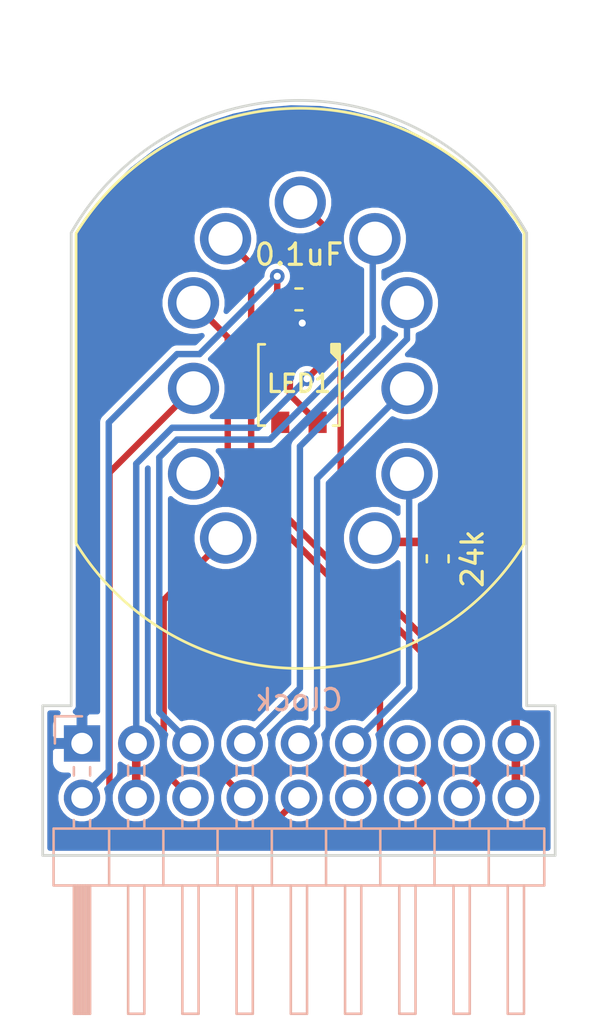
<source format=kicad_pcb>
(kicad_pcb (version 20171130) (host pcbnew "(5.1.6)-1")

  (general
    (thickness 1.6002)
    (drawings 9)
    (tracks 84)
    (zones 0)
    (modules 6)
    (nets 19)
  )

  (page A4)
  (layers
    (0 F.Cu signal)
    (31 B.Cu signal)
    (34 B.Paste user)
    (35 F.Paste user)
    (36 B.SilkS user)
    (37 F.SilkS user)
    (38 B.Mask user)
    (39 F.Mask user)
    (40 Dwgs.User user)
    (44 Edge.Cuts user)
    (45 Margin user)
    (46 B.CrtYd user)
    (47 F.CrtYd user)
    (48 B.Fab user hide)
    (49 F.Fab user hide)
  )

  (setup
    (last_trace_width 0.4)
    (user_trace_width 0.1524)
    (user_trace_width 0.2)
    (user_trace_width 0.25)
    (user_trace_width 0.3)
    (user_trace_width 0.4)
    (user_trace_width 0.5)
    (user_trace_width 0.6)
    (user_trace_width 0.8)
    (trace_clearance 0.254)
    (zone_clearance 0.1524)
    (zone_45_only no)
    (trace_min 0.1524)
    (via_size 0.6858)
    (via_drill 0.3302)
    (via_min_size 0.6858)
    (via_min_drill 0.3302)
    (uvia_size 0.508)
    (uvia_drill 0.127)
    (uvias_allowed no)
    (uvia_min_size 0.508)
    (uvia_min_drill 0.127)
    (edge_width 0.127)
    (segment_width 0.127)
    (pcb_text_width 0.127)
    (pcb_text_size 0.6 0.6)
    (mod_edge_width 0.127)
    (mod_text_size 0.6 0.6)
    (mod_text_width 0.127)
    (pad_size 1.524 1.524)
    (pad_drill 0.762)
    (pad_to_mask_clearance 0.05)
    (solder_mask_min_width 0.25)
    (pad_to_paste_clearance -0.04)
    (aux_axis_origin 0 0)
    (grid_origin 160.02 119.38)
    (visible_elements 7FFFFF7F)
    (pcbplotparams
      (layerselection 0x3ffff_80000001)
      (usegerberextensions true)
      (usegerberattributes true)
      (usegerberadvancedattributes false)
      (creategerberjobfile false)
      (excludeedgelayer true)
      (linewidth 0.127000)
      (plotframeref false)
      (viasonmask false)
      (mode 1)
      (useauxorigin false)
      (hpglpennumber 1)
      (hpglpenspeed 20)
      (hpglpendiameter 15.000000)
      (psnegative false)
      (psa4output false)
      (plotreference true)
      (plotvalue true)
      (plotinvisibletext false)
      (padsonsilk false)
      (subtractmaskfromsilk false)
      (outputformat 1)
      (mirror false)
      (drillshape 0)
      (scaleselection 1)
      (outputdirectory "CAM/"))
  )

  (net 0 "")
  (net 1 +5V)
  (net 2 GND)
  (net 3 /Din)
  (net 4 /HV6)
  (net 5 /HV5)
  (net 6 /HV4)
  (net 7 /HV9)
  (net 8 /HV3)
  (net 9 /HV8)
  (net 10 /HV2)
  (net 11 /HV7)
  (net 12 /HV1)
  (net 13 "Net-(LED1-Pad1-DOUT)")
  (net 14 "Net-(NX1-PadP$A)")
  (net 15 "Net-(J1-Pad13)")
  (net 16 "Net-(J1-Pad15)")
  (net 17 /HV0)
  (net 18 "Net-(J1-Pad17)")

  (net_class Default "Imperial - this is the standard class"
    (clearance 0.254)
    (trace_width 0.254)
    (via_dia 0.6858)
    (via_drill 0.3302)
    (uvia_dia 0.508)
    (uvia_drill 0.127)
    (add_net +5V)
    (add_net /Din)
    (add_net /HV0)
    (add_net /HV1)
    (add_net /HV2)
    (add_net /HV3)
    (add_net /HV4)
    (add_net /HV5)
    (add_net /HV6)
    (add_net /HV7)
    (add_net /HV8)
    (add_net /HV9)
    (add_net GND)
    (add_net "Net-(J1-Pad13)")
    (add_net "Net-(J1-Pad15)")
    (add_net "Net-(J1-Pad17)")
    (add_net "Net-(LED1-Pad1-DOUT)")
    (add_net "Net-(NX1-PadP$A)")
  )

  (net_class 0.2mm ""
    (clearance 0.2)
    (trace_width 0.2)
    (via_dia 0.6858)
    (via_drill 0.3302)
    (uvia_dia 0.508)
    (uvia_drill 0.127)
  )

  (net_class Minimal ""
    (clearance 0.1524)
    (trace_width 0.1524)
    (via_dia 0.6858)
    (via_drill 0.3302)
    (uvia_dia 0.508)
    (uvia_drill 0.127)
  )

  (module Resistor_SMD:R_0603_1608Metric (layer F.Cu) (tedit 5B301BBD) (tstamp 602956D6)
    (at 166.52 127.508 270)
    (descr "Resistor SMD 0603 (1608 Metric), square (rectangular) end terminal, IPC_7351 nominal, (Body size source: http://www.tortai-tech.com/upload/download/2011102023233369053.pdf), generated with kicad-footprint-generator")
    (tags resistor)
    (path /592C7A6F)
    (attr smd)
    (fp_text reference R1 (at 0 -1.43 90) (layer F.Fab)
      (effects (font (size 1 1) (thickness 0.15)))
    )
    (fp_text value 24k (at 0 -1.628 90) (layer F.SilkS)
      (effects (font (size 1 1) (thickness 0.15)))
    )
    (fp_text user %R (at 0 0 90) (layer F.Fab)
      (effects (font (size 0.4 0.4) (thickness 0.06)))
    )
    (fp_line (start -0.8 0.4) (end -0.8 -0.4) (layer F.Fab) (width 0.1))
    (fp_line (start -0.8 -0.4) (end 0.8 -0.4) (layer F.Fab) (width 0.1))
    (fp_line (start 0.8 -0.4) (end 0.8 0.4) (layer F.Fab) (width 0.1))
    (fp_line (start 0.8 0.4) (end -0.8 0.4) (layer F.Fab) (width 0.1))
    (fp_line (start -0.162779 -0.51) (end 0.162779 -0.51) (layer F.SilkS) (width 0.12))
    (fp_line (start -0.162779 0.51) (end 0.162779 0.51) (layer F.SilkS) (width 0.12))
    (fp_line (start -1.48 0.73) (end -1.48 -0.73) (layer F.CrtYd) (width 0.05))
    (fp_line (start -1.48 -0.73) (end 1.48 -0.73) (layer F.CrtYd) (width 0.05))
    (fp_line (start 1.48 -0.73) (end 1.48 0.73) (layer F.CrtYd) (width 0.05))
    (fp_line (start 1.48 0.73) (end -1.48 0.73) (layer F.CrtYd) (width 0.05))
    (pad 2 smd roundrect (at 0.7875 0 270) (size 0.875 0.95) (layers F.Cu F.Paste F.Mask) (roundrect_rratio 0.25)
      (net 18 "Net-(J1-Pad17)"))
    (pad 1 smd roundrect (at -0.7875 0 270) (size 0.875 0.95) (layers F.Cu F.Paste F.Mask) (roundrect_rratio 0.25)
      (net 14 "Net-(NX1-PadP$A)"))
    (model ${KISYS3DMOD}/Resistor_SMD.3dshapes/R_0603_1608Metric.wrl
      (at (xyz 0 0 0))
      (scale (xyz 1 1 1))
      (rotate (xyz 0 0 0))
    )
  )

  (module logos:mermaid_r (layer B.Cu) (tedit 602955DA) (tstamp 602DD81B)
    (at 152.4 114.3 180)
    (fp_text reference G*** (at 0 0) (layer B.SilkS) hide
      (effects (font (size 1.524 1.524) (thickness 0.3)) (justify mirror))
    )
    (fp_text value LOGO (at 0.75 0) (layer B.SilkS) hide
      (effects (font (size 1.524 1.524) (thickness 0.3)) (justify mirror))
    )
    (fp_poly (pts (xy 0.016811 3.773536) (xy -0.00187 3.771585) (xy -0.006065 3.770741) (xy -0.045795 3.757244)
      (xy -0.077702 3.737775) (xy -0.09121 3.725513) (xy -0.109055 3.704599) (xy -0.119539 3.684612)
      (xy -0.124308 3.661447) (xy -0.125128 3.64097) (xy -0.124436 3.61993) (xy -0.121502 3.604749)
      (xy -0.115032 3.590748) (xy -0.108316 3.580059) (xy -0.088519 3.557766) (xy -0.065376 3.544256)
      (xy -0.040519 3.539962) (xy -0.015577 3.545313) (xy -0.002879 3.55221) (xy 0.008054 3.560763)
      (xy 0.013716 3.570026) (xy 0.016173 3.584153) (xy 0.01669 3.59157) (xy 0.016974 3.608477)
      (xy 0.014718 3.618133) (xy 0.009035 3.623743) (xy 0.007538 3.624592) (xy -0.005843 3.627784)
      (xy -0.016819 3.626922) (xy -0.026345 3.622881) (xy -0.028297 3.615123) (xy -0.027201 3.608777)
      (xy -0.026667 3.596153) (xy -0.031284 3.590901) (xy -0.039456 3.592235) (xy -0.049589 3.599369)
      (xy -0.060091 3.61152) (xy -0.069367 3.6279) (xy -0.070274 3.629997) (xy -0.074796 3.643365)
      (xy -0.074665 3.6547) (xy -0.069845 3.669685) (xy -0.054021 3.698859) (xy -0.03063 3.721926)
      (xy -0.016542 3.731216) (xy -0.003294 3.737802) (xy 0.010874 3.741623) (xy 0.029488 3.743365)
      (xy 0.04791 3.743716) (xy 0.073769 3.742911) (xy 0.091016 3.740394) (xy 0.097916 3.73724)
      (xy 0.10727 3.731439) (xy 0.11135 3.730626) (xy 0.121787 3.726605) (xy 0.135785 3.716065)
      (xy 0.151028 3.701291) (xy 0.165201 3.684564) (xy 0.175989 3.668169) (xy 0.177339 3.665542)
      (xy 0.185505 3.648712) (xy 0.192954 3.633251) (xy 0.19671 3.620111) (xy 0.199006 3.598867)
      (xy 0.199932 3.568514) (xy 0.19994 3.553876) (xy 0.199648 3.5265) (xy 0.198767 3.506715)
      (xy 0.196733 3.491529) (xy 0.192981 3.477949) (xy 0.186946 3.462983) (xy 0.179872 3.447521)
      (xy 0.155375 3.405235) (xy 0.123922 3.36927) (xy 0.084947 3.33924) (xy 0.037886 3.314759)
      (xy -0.017825 3.295441) (xy -0.056336 3.28602) (xy -0.085744 3.282227) (xy -0.122573 3.281263)
      (xy -0.164097 3.282946) (xy -0.20759 3.28709) (xy -0.250329 3.293513) (xy -0.288065 3.301638)
      (xy -0.308533 3.307861) (xy -0.327227 3.315263) (xy -0.342656 3.322945) (xy -0.353331 3.330006)
      (xy -0.357763 3.335547) (xy -0.35446 3.338667) (xy -0.349975 3.339042) (xy -0.340027 3.342219)
      (xy -0.324211 3.350734) (xy -0.304713 3.36306) (xy -0.283722 3.377673) (xy -0.263425 3.393046)
      (xy -0.24601 3.407655) (xy -0.233664 3.419973) (xy -0.233298 3.420407) (xy -0.213205 3.446164)
      (xy -0.198603 3.469838) (xy -0.188267 3.494463) (xy -0.180975 3.523071) (xy -0.175505 3.558694)
      (xy -0.174647 3.565849) (xy -0.174603 3.599519) (xy -0.181074 3.635439) (xy -0.192986 3.670269)
      (xy -0.209263 3.700666) (xy -0.223733 3.718587) (xy -0.25109 3.739246) (xy -0.282829 3.752322)
      (xy -0.316704 3.757709) (xy -0.350467 3.755304) (xy -0.381873 3.745003) (xy -0.408232 3.727116)
      (xy -0.423121 3.708989) (xy -0.430536 3.687733) (xy -0.432044 3.667574) (xy -0.430848 3.649678)
      (xy -0.425796 3.636679) (xy -0.414688 3.623019) (xy -0.414221 3.622523) (xy -0.39904 3.60928)
      (xy -0.384904 3.60395) (xy -0.379826 3.603625) (xy -0.361286 3.608269) (xy -0.347943 3.620647)
      (xy -0.34216 3.638431) (xy -0.342086 3.640833) (xy -0.345183 3.655072) (xy -0.353067 3.660815)
      (xy -0.363625 3.657238) (xy -0.369398 3.65151) (xy -0.377497 3.643576) (xy -0.384081 3.64383)
      (xy -0.387095 3.645984) (xy -0.393069 3.656909) (xy -0.394687 3.673525) (xy -0.39192 3.691863)
      (xy -0.387516 3.703294) (xy -0.377087 3.716673) (xy -0.365534 3.725521) (xy -0.34742 3.731036)
      (xy -0.324435 3.732598) (xy -0.30151 3.730244) (xy -0.285283 3.724949) (xy -0.264747 3.711409)
      (xy -0.245339 3.693672) (xy -0.230862 3.675356) (xy -0.228248 3.670693) (xy -0.224485 3.658302)
      (xy -0.221886 3.640465) (xy -0.220533 3.620218) (xy -0.220506 3.6006) (xy -0.221888 3.584648)
      (xy -0.224759 3.5754) (xy -0.225669 3.574521) (xy -0.229765 3.567227) (xy -0.230961 3.558334)
      (xy -0.232812 3.54854) (xy -0.236253 3.545417) (xy -0.241334 3.541344) (xy -0.241544 3.539772)
      (xy -0.244747 3.532005) (xy -0.253029 3.519125) (xy -0.2644 3.503894) (xy -0.27687 3.489074)
      (xy -0.282069 3.483521) (xy -0.299186 3.469181) (xy -0.323344 3.453086) (xy -0.35157 3.436898)
      (xy -0.380888 3.422278) (xy -0.408323 3.410886) (xy -0.417941 3.407656) (xy -0.479886 3.39253)
      (xy -0.538386 3.386659) (xy -0.594878 3.390216) (xy -0.650801 3.403376) (xy -0.707594 3.42631)
      (xy -0.746898 3.447259) (xy -0.78373 3.46804) (xy -0.814503 3.483558) (xy -0.841879 3.494552)
      (xy -0.868517 3.501759) (xy -0.897078 3.505917) (xy -0.930221 3.507764) (xy -0.96614 3.50806)
      (xy -0.996207 3.507596) (xy -1.024853 3.506543) (xy -1.049268 3.505047) (xy -1.066646 3.50325)
      (xy -1.06969 3.502746) (xy -1.090629 3.498943) (xy -1.114944 3.494739) (xy -1.127898 3.492588)
      (xy -1.149815 3.488718) (xy -1.171487 3.484407) (xy -1.182138 3.482026) (xy -1.208912 3.475574)
      (xy -1.227646 3.470981) (xy -1.240598 3.467665) (xy -1.250027 3.465044) (xy -1.258188 3.462534)
      (xy -1.26019 3.46189) (xy -1.296432 3.447173) (xy -1.328991 3.428217) (xy -1.356502 3.406284)
      (xy -1.3776 3.382636) (xy -1.390918 3.358536) (xy -1.395127 3.337087) (xy -1.397343 3.31796)
      (xy -1.40331 3.293293) (xy -1.412012 3.266996) (xy -1.415978 3.257021) (xy -1.426406 3.223921)
      (xy -1.431722 3.188889) (xy -1.432079 3.173183) (xy -1.431584 3.152449) (xy -1.432 3.140318)
      (xy -1.433883 3.134815) (xy -1.437789 3.133966) (xy -1.442753 3.135313) (xy -1.451624 3.136563)
      (xy -1.451924 3.132317) (xy -1.443757 3.123141) (xy -1.439875 3.119686) (xy -1.430946 3.110292)
      (xy -1.429507 3.101507) (xy -1.431784 3.093994) (xy -1.439376 3.082438) (xy -1.452224 3.06985)
      (xy -1.458273 3.065257) (xy -1.47397 3.051442) (xy -1.479431 3.038041) (xy -1.47469 3.023896)
      (xy -1.45995 3.007997) (xy -1.448332 2.996879) (xy -1.444249 2.989625) (xy -1.446526 2.984092)
      (xy -1.446721 2.983889) (xy -1.451268 2.973373) (xy -1.45309 2.956585) (xy -1.452149 2.93749)
      (xy -1.448405 2.920051) (xy -1.447385 2.917281) (xy -1.43442 2.883178) (xy -1.426155 2.85676)
      (xy -1.422142 2.836468) (xy -1.421586 2.827306) (xy -1.418013 2.812089) (xy -1.407034 2.801224)
      (xy -1.400122 2.797314) (xy -1.391656 2.794661) (xy -1.379708 2.793085) (xy -1.362349 2.79241)
      (xy -1.337651 2.792457) (xy -1.315753 2.792809) (xy -1.285108 2.793255) (xy -1.263037 2.793112)
      (xy -1.247535 2.792186) (xy -1.236599 2.790279) (xy -1.228227 2.787196) (xy -1.221825 2.783626)
      (xy -1.210646 2.774775) (xy -1.204852 2.766405) (xy -1.204628 2.764974) (xy -1.202241 2.757876)
      (xy -1.200183 2.756959) (xy -1.195579 2.752098) (xy -1.190294 2.739092) (xy -1.184881 2.720308)
      (xy -1.179893 2.698112) (xy -1.175884 2.674871) (xy -1.173406 2.652951) (xy -1.172878 2.640132)
      (xy -1.174252 2.614203) (xy -1.177967 2.582523) (xy -1.18341 2.549504) (xy -1.189154 2.522803)
      (xy -1.202039 2.473043) (xy -1.21371 2.433315) (xy -1.224307 2.403156) (xy -1.225671 2.399771)
      (xy -1.230391 2.387513) (xy -1.236014 2.371955) (xy -1.236464 2.370667) (xy -1.245099 2.347809)
      (xy -1.256285 2.322021) (xy -1.271266 2.290463) (xy -1.274756 2.283355) (xy -1.284341 2.259043)
      (xy -1.29008 2.234224) (xy -1.291726 2.211548) (xy -1.28903 2.19366) (xy -1.283939 2.184909)
      (xy -1.273564 2.176016) (xy -1.259231 2.165074) (xy -1.243633 2.153968) (xy -1.229465 2.144581)
      (xy -1.219422 2.138797) (xy -1.21661 2.137834) (xy -1.208764 2.13401) (xy -1.197586 2.124466)
      (xy -1.185897 2.11209) (xy -1.176518 2.099773) (xy -1.172991 2.093154) (xy -1.170596 2.073293)
      (xy -1.176837 2.048342) (xy -1.178063 2.04523) (xy -1.187171 2.023791) (xy -1.198508 1.998543)
      (xy -1.211143 1.971403) (xy -1.224144 1.944284) (xy -1.23658 1.9191) (xy -1.24752 1.897767)
      (xy -1.256031 1.882198) (xy -1.261182 1.874308) (xy -1.261289 1.874195) (xy -1.267115 1.866426)
      (xy -1.268128 1.863411) (xy -1.27208 1.855954) (xy -1.2828 1.843726) (xy -1.298584 1.828296)
      (xy -1.317729 1.811235) (xy -1.338529 1.794113) (xy -1.359281 1.778501) (xy -1.363378 1.775628)
      (xy -1.378859 1.764474) (xy -1.3992 1.749179) (xy -1.422629 1.731147) (xy -1.447372 1.711783)
      (xy -1.471655 1.692489) (xy -1.493705 1.674669) (xy -1.511748 1.659728) (xy -1.524011 1.649068)
      (xy -1.527419 1.645785) (xy -1.532909 1.641261) (xy -1.543937 1.632846) (xy -1.551232 1.62743)
      (xy -1.565452 1.616479) (xy -1.57702 1.606732) (xy -1.580336 1.603563) (xy -1.587544 1.597319)
      (xy -1.601408 1.586326) (xy -1.620003 1.57203) (xy -1.641407 1.555881) (xy -1.663695 1.539326)
      (xy -1.684944 1.523814) (xy -1.703232 1.510793) (xy -1.707336 1.507944) (xy -1.721798 1.497422)
      (xy -1.734112 1.487559) (xy -1.73605 1.48584) (xy -1.747713 1.477351) (xy -1.755894 1.473434)
      (xy -1.763927 1.469117) (xy -1.765544 1.466423) (xy -1.769966 1.462135) (xy -1.780913 1.456503)
      (xy -1.784065 1.455209) (xy -1.79604 1.449593) (xy -1.802315 1.444862) (xy -1.802586 1.4441)
      (xy -1.807157 1.440501) (xy -1.81923 1.434525) (xy -1.836345 1.42737) (xy -1.839202 1.426267)
      (xy -1.855318 1.420424) (xy -1.869182 1.416562) (xy -1.883576 1.414357) (xy -1.901285 1.413483)
      (xy -1.925092 1.413615) (xy -1.943712 1.414048) (xy -1.977855 1.415666) (xy -2.016969 1.418652)
      (xy -2.055599 1.422539) (xy -2.081104 1.425785) (xy -2.111258 1.42989) (xy -2.133888 1.432256)
      (xy -2.151898 1.432964) (xy -2.16819 1.432095) (xy -2.185666 1.429731) (xy -2.190906 1.428856)
      (xy -2.211782 1.424861) (xy -2.224125 1.421152) (xy -2.22993 1.416902) (xy -2.231211 1.412127)
      (xy -2.229886 1.406717) (xy -2.224364 1.403732) (xy -2.212322 1.402491) (xy -2.197787 1.402292)
      (xy -2.174142 1.401303) (xy -2.148616 1.398663) (xy -2.124411 1.394866) (xy -2.104733 1.390404)
      (xy -2.093628 1.386276) (xy -2.089682 1.383434) (xy -2.090207 1.381057) (xy -2.096542 1.378752)
      (xy -2.11003 1.376125) (xy -2.132012 1.37278) (xy -2.146544 1.370725) (xy -2.175125 1.366286)
      (xy -2.197361 1.361492) (xy -2.217465 1.355226) (xy -2.239648 1.34637) (xy -2.241794 1.345449)
      (xy -2.258257 1.337058) (xy -2.274251 1.326809) (xy -2.287098 1.316668) (xy -2.294123 1.308602)
      (xy -2.294711 1.306591) (xy -2.290121 1.304335) (xy -2.278659 1.304011) (xy -2.26378 1.305252)
      (xy -2.248944 1.307694) (xy -2.237607 1.31097) (xy -2.234121 1.312991) (xy -2.225053 1.31683)
      (xy -2.217982 1.317626) (xy -2.206195 1.320172) (xy -2.201164 1.323331) (xy -2.192139 1.326846)
      (xy -2.180262 1.326984) (xy -2.170514 1.325219) (xy -2.170407 1.323129) (xy -2.175648 1.320799)
      (xy -2.202438 1.310129) (xy -2.221488 1.301894) (xy -2.235021 1.294964) (xy -2.245263 1.288209)
      (xy -2.2537 1.281169) (xy -2.263231 1.2715) (xy -2.268093 1.264499) (xy -2.268253 1.263719)
      (xy -2.263832 1.259587) (xy -2.251476 1.260225) (xy -2.23254 1.265338) (xy -2.208383 1.274631)
      (xy -2.199156 1.27872) (xy -2.17724 1.287938) (xy -2.161604 1.292907) (xy -2.153051 1.293593)
      (xy -2.152389 1.289959) (xy -2.160422 1.28197) (xy -2.162498 1.28034) (xy -2.173615 1.273141)
      (xy -2.181697 1.270118) (xy -2.188179 1.265714) (xy -2.193254 1.256324) (xy -2.194169 1.251047)
      (xy -2.189894 1.248302) (xy -2.178883 1.249392) (xy -2.16386 1.253408) (xy -2.147549 1.259436)
      (xy -2.132674 1.266566) (xy -2.121958 1.273887) (xy -2.120086 1.275833) (xy -2.11308 1.280288)
      (xy -2.099065 1.286789) (xy -2.081073 1.294037) (xy -2.062134 1.300732) (xy -2.061502 1.300937)
      (xy -2.045068 1.304461) (xy -2.024152 1.306667) (xy -2.01269 1.307042) (xy -1.995281 1.306558)
      (xy -1.985185 1.304253) (xy -1.979146 1.298853) (xy -1.975561 1.29249) (xy -1.971665 1.278785)
      (xy -1.974957 1.265874) (xy -1.98628 1.252443) (xy -2.006479 1.237179) (xy -2.014392 1.232048)
      (xy -2.03573 1.218173) (xy -2.049706 1.207722) (xy -2.058136 1.198848) (xy -2.062837 1.189706)
      (xy -2.065256 1.180349) (xy -2.066153 1.168122) (xy -2.061899 1.163627) (xy -2.061216 1.16354)
      (xy -2.043501 1.165005) (xy -2.031041 1.173081) (xy -2.020669 1.180457) (xy -2.003057 1.190046)
      (xy -1.980951 1.20055) (xy -1.957095 1.210671) (xy -1.934235 1.219114) (xy -1.932232 1.219776)
      (xy -1.894479 1.233609) (xy -1.864685 1.248381) (xy -1.840248 1.26573) (xy -1.818567 1.287294)
      (xy -1.811286 1.29597) (xy -1.795598 1.314316) (xy -1.779983 1.330793) (xy -1.767198 1.342542)
      (xy -1.76437 1.344686) (xy -1.752687 1.353213) (xy -1.745214 1.359346) (xy -1.744378 1.360236)
      (xy -1.737602 1.365606) (xy -1.723308 1.374794) (xy -1.703363 1.386729) (xy -1.679637 1.400343)
      (xy -1.653997 1.414565) (xy -1.628314 1.428326) (xy -1.604454 1.440557) (xy -1.601503 1.442019)
      (xy -1.553931 1.46584) (xy -1.512661 1.487396) (xy -1.474235 1.50852) (xy -1.448044 1.52353)
      (xy -1.43124 1.532936) (xy -1.417026 1.540248) (xy -1.40968 1.543429) (xy -1.40186 1.548118)
      (xy -1.400419 1.551076) (xy -1.396324 1.555562) (xy -1.394728 1.55575) (xy -1.387833 1.558368)
      (xy -1.373841 1.565519) (xy -1.354643 1.576151) (xy -1.332131 1.589212) (xy -1.308197 1.60365)
      (xy -1.304459 1.605957) (xy -1.295216 1.611626) (xy -1.280734 1.620452) (xy -1.270064 1.626934)
      (xy -1.255561 1.635949) (xy -1.245091 1.64286) (xy -1.241669 1.645485) (xy -1.236194 1.650117)
      (xy -1.225196 1.65865) (xy -1.217857 1.66417) (xy -1.200434 1.677274) (xy -1.187064 1.687881)
      (xy -1.175027 1.698391) (xy -1.1616 1.711206) (xy -1.144062 1.728725) (xy -1.139805 1.733021)
      (xy -1.121069 1.753203) (xy -1.102851 1.774958) (xy -1.088204 1.794574) (xy -1.084335 1.80049)
      (xy -1.073836 1.815879) (xy -1.064474 1.826821) (xy -1.058355 1.830917) (xy -1.051796 1.828569)
      (xy -1.051163 1.826948) (xy -1.048005 1.820717) (xy -1.040196 1.810294) (xy -1.037934 1.807605)
      (xy -1.029402 1.796859) (xy -1.024913 1.789598) (xy -1.024711 1.788759) (xy -1.021494 1.78268)
      (xy -1.015225 1.77503) (xy -1.004736 1.760344) (xy -0.992499 1.737991) (xy -0.979594 1.710506)
      (xy -0.967098 1.680421) (xy -0.956092 1.650268) (xy -0.947653 1.622581) (xy -0.944364 1.608667)
      (xy -0.93535 1.562362) (xy -0.928706 1.523365) (xy -0.924168 1.488735) (xy -0.921471 1.45553)
      (xy -0.92035 1.420809) (xy -0.92054 1.38163) (xy -0.921252 1.352021) (xy -0.922334 1.318336)
      (xy -0.923532 1.287144) (xy -0.924755 1.260422) (xy -0.925912 1.240144) (xy -0.926912 1.228284)
      (xy -0.926995 1.227667) (xy -0.927807 1.217554) (xy -0.928736 1.198447) (xy -0.929728 1.171939)
      (xy -0.930731 1.139617) (xy -0.931688 1.103071) (xy -0.932548 1.063891) (xy -0.932554 1.063625)
      (xy -0.933366 1.016579) (xy -0.933692 0.977779) (xy -0.933453 0.9449) (xy -0.932568 0.915612)
      (xy -0.930957 0.887587) (xy -0.928542 0.858498) (xy -0.925241 0.826017) (xy -0.924028 0.814917)
      (xy -0.917462 0.75682) (xy -0.911554 0.707679) (xy -0.90606 0.665903) (xy -0.900734 0.629902)
      (xy -0.895334 0.598088) (xy -0.889613 0.56887) (xy -0.883327 0.54066) (xy -0.879263 0.523875)
      (xy -0.873172 0.498662) (xy -0.867791 0.475129) (xy -0.86384 0.456489) (xy -0.862351 0.44834)
      (xy -0.859234 0.434708) (xy -0.855463 0.426281) (xy -0.854663 0.425538) (xy -0.85097 0.418555)
      (xy -0.850047 0.411115) (xy -0.848406 0.401383) (xy -0.844013 0.38436) (xy -0.837604 0.362746)
      (xy -0.832406 0.346605) (xy -0.824145 0.321534) (xy -0.816338 0.297435) (xy -0.810117 0.277819)
      (xy -0.80768 0.269875) (xy -0.802756 0.25453) (xy -0.798569 0.243342) (xy -0.79732 0.240771)
      (xy -0.793714 0.232696) (xy -0.788673 0.21902) (xy -0.78708 0.214313) (xy -0.780328 0.195276)
      (xy -0.773047 0.176625) (xy -0.772208 0.174625) (xy -0.76535 0.158321) (xy -0.759322 0.14374)
      (xy -0.758971 0.142875) (xy -0.753027 0.129107) (xy -0.748927 0.120458) (xy -0.744952 0.110063)
      (xy -0.744253 0.105842) (xy -0.742017 0.099184) (xy -0.735806 0.084596) (xy -0.72636 0.063622)
      (xy -0.71442 0.037806) (xy -0.700727 0.008691) (xy -0.686022 -0.022178) (xy -0.671046 -0.053257)
      (xy -0.65654 -0.083002) (xy -0.643245 -0.10987) (xy -0.631901 -0.132316) (xy -0.623251 -0.148797)
      (xy -0.618034 -0.157769) (xy -0.617266 -0.15875) (xy -0.613418 -0.164585) (xy -0.606517 -0.176579)
      (xy -0.601793 -0.185208) (xy -0.589045 -0.207639) (xy -0.572187 -0.235506) (xy -0.552673 -0.266573)
      (xy -0.531959 -0.298607) (xy -0.511499 -0.329373) (xy -0.492748 -0.356639) (xy -0.477162 -0.378168)
      (xy -0.470842 -0.386291) (xy -0.465198 -0.393433) (xy -0.454598 -0.406992) (xy -0.440566 -0.425014)
      (xy -0.424801 -0.445321) (xy -0.352646 -0.531586) (xy -0.271701 -0.615902) (xy -0.18376 -0.696433)
      (xy -0.159516 -0.716902) (xy -0.144142 -0.729736) (xy -0.132106 -0.739925) (xy -0.12559 -0.745619)
      (xy -0.125128 -0.74607) (xy -0.120018 -0.750212) (xy -0.108283 -0.75919) (xy -0.091819 -0.771566)
      (xy -0.077503 -0.782215) (xy -0.057881 -0.796811) (xy -0.040724 -0.809688) (xy -0.028281 -0.819151)
      (xy -0.023612 -0.822811) (xy -0.012726 -0.830914) (xy 0.0002 -0.839659) (xy 0.014193 -0.849492)
      (xy 0.02536 -0.85853) (xy 0.034772 -0.865562) (xy 0.040394 -0.867833) (xy 0.046799 -0.871028)
      (xy 0.058116 -0.879231) (xy 0.066807 -0.886354) (xy 0.079668 -0.896711) (xy 0.089475 -0.903433)
      (xy 0.092865 -0.904875) (xy 0.098758 -0.907527) (xy 0.110595 -0.9143) (xy 0.125532 -0.923419)
      (xy 0.140726 -0.933106) (xy 0.153333 -0.941585) (xy 0.160509 -0.947081) (xy 0.160622 -0.947193)
      (xy 0.166751 -0.951521) (xy 0.176497 -0.957378) (xy 0.185633 -0.962765) (xy 0.201797 -0.972485)
      (xy 0.222998 -0.985333) (xy 0.247245 -1.000104) (xy 0.257423 -1.006326) (xy 0.281175 -1.020777)
      (xy 0.301574 -1.033032) (xy 0.317 -1.04213) (xy 0.325829 -1.047106) (xy 0.327254 -1.04775)
      (xy 0.332524 -1.050229) (xy 0.34444 -1.056768) (xy 0.360553 -1.066017) (xy 0.362613 -1.067222)
      (xy 0.390225 -1.083148) (xy 0.41967 -1.099703) (xy 0.448115 -1.115327) (xy 0.472728 -1.128464)
      (xy 0.488706 -1.136599) (xy 0.501254 -1.14309) (xy 0.509106 -1.147821) (xy 0.509872 -1.148468)
      (xy 0.515408 -1.151903) (xy 0.528314 -1.158989) (xy 0.546513 -1.168607) (xy 0.562789 -1.177013)
      (xy 0.611944 -1.202179) (xy 0.656467 -1.225001) (xy 0.695573 -1.245075) (xy 0.728476 -1.261998)
      (xy 0.754391 -1.275365) (xy 0.772532 -1.284772) (xy 0.782114 -1.289816) (xy 0.78259 -1.290075)
      (xy 0.79167 -1.294813) (xy 0.807609 -1.302904) (xy 0.827775 -1.313017) (xy 0.840602 -1.3194)
      (xy 0.914853 -1.35675) (xy 0.980142 -1.390707) (xy 1.037356 -1.421745) (xy 1.087382 -1.450342)
      (xy 1.110477 -1.464177) (xy 1.12408 -1.471801) (xy 1.131643 -1.475597) (xy 1.139034 -1.479911)
      (xy 1.153201 -1.488876) (xy 1.172496 -1.501392) (xy 1.195269 -1.516359) (xy 1.219872 -1.532677)
      (xy 1.244657 -1.549246) (xy 1.267974 -1.564966) (xy 1.288174 -1.578737) (xy 1.30361 -1.58946)
      (xy 1.312631 -1.596033) (xy 1.314206 -1.5974) (xy 1.319452 -1.602217) (xy 1.330503 -1.611472)
      (xy 1.34331 -1.621833) (xy 1.403536 -1.675393) (xy 1.45484 -1.732685) (xy 1.49691 -1.79318)
      (xy 1.529433 -1.856346) (xy 1.552098 -1.921651) (xy 1.564593 -1.988566) (xy 1.565737 -2.00072)
      (xy 1.567155 -2.021291) (xy 1.567011 -2.03401) (xy 1.5648 -2.041555) (xy 1.560018 -2.046606)
      (xy 1.55665 -2.048937) (xy 1.542604 -2.055507) (xy 1.525987 -2.060056) (xy 1.525851 -2.060079)
      (xy 1.486313 -2.067475) (xy 1.452586 -2.075738) (xy 1.427977 -2.083271) (xy 1.406109 -2.090356)
      (xy 1.379959 -2.098616) (xy 1.356539 -2.10585) (xy 1.33609 -2.112199) (xy 1.318531 -2.117877)
      (xy 1.30723 -2.12179) (xy 1.306268 -2.122164) (xy 1.296346 -2.125949) (xy 1.279743 -2.132103)
      (xy 1.259738 -2.139411) (xy 1.255997 -2.140766) (xy 1.236661 -2.148094) (xy 1.221103 -2.154598)
      (xy 1.212118 -2.159093) (xy 1.211283 -2.159711) (xy 1.201693 -2.163984) (xy 1.198609 -2.164291)
      (xy 1.190471 -2.166561) (xy 1.174873 -2.172762) (xy 1.153767 -2.181983) (xy 1.129104 -2.193313)
      (xy 1.102835 -2.20584) (xy 1.076911 -2.218653) (xy 1.053283 -2.230841) (xy 1.036393 -2.240067)
      (xy 1.012805 -2.253619) (xy 0.988028 -2.268128) (xy 0.964586 -2.28209) (xy 0.945008 -2.293997)
      (xy 0.931818 -2.302344) (xy 0.930849 -2.302991) (xy 0.878992 -2.340492) (xy 0.82628 -2.383257)
      (xy 0.77515 -2.42907) (xy 0.728038 -2.475712) (xy 0.687381 -2.520968) (xy 0.676201 -2.534708)
      (xy 0.662256 -2.552018) (xy 0.650593 -2.565902) (xy 0.642854 -2.574434) (xy 0.640841 -2.576159)
      (xy 0.636917 -2.582213) (xy 0.636872 -2.582995) (xy 0.633575 -2.59017) (xy 0.626041 -2.599694)
      (xy 0.618417 -2.609595) (xy 0.607114 -2.626331) (xy 0.593607 -2.647494) (xy 0.579373 -2.670677)
      (xy 0.565888 -2.693472) (xy 0.554626 -2.713471) (xy 0.547064 -2.728265) (xy 0.546578 -2.729342)
      (xy 0.540547 -2.740667) (xy 0.535575 -2.746251) (xy 0.535039 -2.746375) (xy 0.531386 -2.750622)
      (xy 0.531039 -2.753524) (xy 0.528685 -2.76201) (xy 0.522659 -2.775934) (xy 0.51781 -2.785554)
      (xy 0.510298 -2.800966) (xy 0.505505 -2.81327) (xy 0.504581 -2.817651) (xy 0.502126 -2.82541)
      (xy 0.500612 -2.826631) (xy 0.496973 -2.832354) (xy 0.491097 -2.846051) (xy 0.48374 -2.865545)
      (xy 0.475656 -2.888659) (xy 0.467598 -2.913215) (xy 0.460322 -2.937036) (xy 0.45458 -2.957944)
      (xy 0.453267 -2.963333) (xy 0.448438 -2.982772) (xy 0.443849 -2.999259) (xy 0.440832 -3.008312)
      (xy 0.436971 -3.020934) (xy 0.433687 -3.036847) (xy 0.433599 -3.037416) (xy 0.431595 -3.049953)
      (xy 0.428297 -3.070065) (xy 0.424176 -3.094892) (xy 0.420064 -3.119437) (xy 0.416129 -3.145522)
      (xy 0.413174 -3.172135) (xy 0.411064 -3.20146) (xy 0.409663 -3.23568) (xy 0.408839 -3.276977)
      (xy 0.408563 -3.306237) (xy 0.408529 -3.341428) (xy 0.408875 -3.373114) (xy 0.409554 -3.399753)
      (xy 0.410517 -3.4198) (xy 0.411717 -3.431711) (xy 0.41251 -3.43429) (xy 0.418725 -3.433466)
      (xy 0.432215 -3.427213) (xy 0.451632 -3.416235) (xy 0.474831 -3.401752) (xy 0.5175 -3.374892)
      (xy 0.560037 -3.34985) (xy 0.604663 -3.325433) (xy 0.653598 -3.30045) (xy 0.709062 -3.27371)
      (xy 0.742706 -3.258031) (xy 0.77812 -3.241758) (xy 0.806897 -3.228687) (xy 0.828266 -3.21916)
      (xy 0.841461 -3.213522) (xy 0.845639 -3.212041) (xy 0.851095 -3.210007) (xy 0.863824 -3.204577)
      (xy 0.881477 -3.196764) (xy 0.889163 -3.193302) (xy 0.909482 -3.184131) (xy 0.927126 -3.176218)
      (xy 0.939078 -3.170914) (xy 0.941143 -3.170016) (xy 0.951978 -3.165316) (xy 0.968034 -3.158299)
      (xy 0.978185 -3.153846) (xy 1.009834 -3.140021) (xy 1.032986 -3.130101) (xy 1.048773 -3.123604)
      (xy 1.052268 -3.12224) (xy 1.068317 -3.115354) (xy 1.090815 -3.104752) (xy 1.11696 -3.091857)
      (xy 1.143947 -3.078089) (xy 1.168974 -3.064868) (xy 1.189236 -3.053616) (xy 1.197789 -3.048495)
      (xy 1.214262 -3.036718) (xy 1.233439 -3.020816) (xy 1.253683 -3.002427) (xy 1.273359 -2.983188)
      (xy 1.290831 -2.964736) (xy 1.304462 -2.948708) (xy 1.312616 -2.936743) (xy 1.314206 -2.931984)
      (xy 1.318116 -2.925639) (xy 1.318613 -2.925409) (xy 1.323641 -2.9202) (xy 1.332025 -2.9087)
      (xy 1.341898 -2.893826) (xy 1.351397 -2.878494) (xy 1.358657 -2.865619) (xy 1.361812 -2.858117)
      (xy 1.361831 -2.857838) (xy 1.365622 -2.851529) (xy 1.366049 -2.851326) (xy 1.370635 -2.84591)
      (xy 1.377647 -2.834059) (xy 1.381919 -2.82575) (xy 1.388485 -2.813311) (xy 1.392791 -2.807024)
      (xy 1.393746 -2.807229) (xy 1.393889 -2.814002) (xy 1.394178 -2.829563) (xy 1.394583 -2.852114)
      (xy 1.39507 -2.879861) (xy 1.395552 -2.90777) (xy 1.397106 -2.959059) (xy 1.400236 -3.002125)
      (xy 1.405531 -3.039285) (xy 1.413577 -3.072855) (xy 1.424963 -3.105149) (xy 1.440277 -3.138482)
      (xy 1.460106 -3.175172) (xy 1.466095 -3.185583) (xy 1.475138 -3.200851) (xy 1.488414 -3.222887)
      (xy 1.504567 -3.249473) (xy 1.522238 -3.278392) (xy 1.540069 -3.307427) (xy 1.556701 -3.334361)
      (xy 1.570778 -3.356975) (xy 1.580404 -3.372217) (xy 1.590196 -3.387882) (xy 1.59721 -3.399817)
      (xy 1.599955 -3.405482) (xy 1.599956 -3.405513) (xy 1.602954 -3.411428) (xy 1.605497 -3.414671)
      (xy 1.612577 -3.424037) (xy 1.621982 -3.437955) (xy 1.631931 -3.453578) (xy 1.640643 -3.468061)
      (xy 1.646339 -3.478559) (xy 1.647581 -3.481937) (xy 1.651463 -3.488012) (xy 1.651634 -3.48809)
      (xy 1.656292 -3.49336) (xy 1.664222 -3.505128) (xy 1.673735 -3.520543) (xy 1.683144 -3.536754)
      (xy 1.690759 -3.550911) (xy 1.694893 -3.560162) (xy 1.695206 -3.56167) (xy 1.698452 -3.566534)
      (xy 1.699175 -3.566624) (xy 1.70423 -3.570852) (xy 1.708892 -3.57853) (xy 1.713322 -3.587499)
      (xy 1.721453 -3.603801) (xy 1.732224 -3.625313) (xy 1.744575 -3.649918) (xy 1.747905 -3.656541)
      (xy 1.762336 -3.685357) (xy 1.772991 -3.707018) (xy 1.780923 -3.723791) (xy 1.787183 -3.73794)
      (xy 1.792823 -3.751728) (xy 1.796456 -3.761052) (xy 1.802398 -3.776191) (xy 1.805882 -3.784864)
      (xy 1.810154 -3.796565) (xy 1.815914 -3.813799) (xy 1.819746 -3.825875) (xy 1.827729 -3.850123)
      (xy 1.834227 -3.864974) (xy 1.840251 -3.871317) (xy 1.846818 -3.870039) (xy 1.854939 -3.862026)
      (xy 1.857473 -3.858896) (xy 1.868618 -3.845041) (xy 1.87864 -3.832935) (xy 1.893926 -3.814747)
      (xy 1.905146 -3.80089) (xy 1.915179 -3.787711) (xy 1.925718 -3.773209) (xy 1.935529 -3.758672)
      (xy 1.942135 -3.747198) (xy 1.943914 -3.74234) (xy 1.947366 -3.735549) (xy 1.948322 -3.735034)
      (xy 1.954501 -3.728832) (xy 1.964202 -3.714612) (xy 1.976564 -3.693993) (xy 1.99073 -3.668592)
      (xy 2.00584 -3.640026) (xy 2.021037 -3.609913) (xy 2.035463 -3.579871) (xy 2.048258 -3.551517)
      (xy 2.057372 -3.529541) (xy 2.063959 -3.513335) (xy 2.069719 -3.500143) (xy 2.071457 -3.49654)
      (xy 2.07562 -3.483106) (xy 2.076206 -3.477009) (xy 2.07862 -3.466849) (xy 2.081497 -3.463395)
      (xy 2.085631 -3.456083) (xy 2.086789 -3.44752) (xy 2.088557 -3.436601) (xy 2.091496 -3.432007)
      (xy 2.095482 -3.425217) (xy 2.098733 -3.412716) (xy 2.098872 -3.411851) (xy 2.101956 -3.396797)
      (xy 2.106919 -3.37719) (xy 2.110246 -3.3655) (xy 2.115043 -3.348705) (xy 2.119473 -3.331208)
      (xy 2.124087 -3.310549) (xy 2.129436 -3.284268) (xy 2.135725 -3.251729) (xy 2.13774 -3.235184)
      (xy 2.13936 -3.210034) (xy 2.140586 -3.178127) (xy 2.141418 -3.141317) (xy 2.141858 -3.101454)
      (xy 2.141906 -3.060389) (xy 2.141564 -3.019973) (xy 2.140832 -2.982059) (xy 2.139712 -2.948496)
      (xy 2.138204 -2.921137) (xy 2.136311 -2.901833) (xy 2.135529 -2.897187) (xy 2.13103 -2.875018)
      (xy 2.126519 -2.852736) (xy 2.124275 -2.841625) (xy 2.119776 -2.822216) (xy 2.113729 -2.799624)
      (xy 2.110508 -2.788708) (xy 2.104926 -2.769055) (xy 2.100457 -2.750617) (xy 2.098872 -2.742357)
      (xy 2.095726 -2.729658) (xy 2.091735 -2.722367) (xy 2.091496 -2.722201) (xy 2.087827 -2.715199)
      (xy 2.086789 -2.706687) (xy 2.084792 -2.695606) (xy 2.081497 -2.690812) (xy 2.077063 -2.683353)
      (xy 2.076206 -2.677199) (xy 2.073789 -2.663351) (xy 2.07156 -2.657667) (xy 2.062596 -2.638529)
      (xy 2.055196 -2.620201) (xy 2.050617 -2.605971) (xy 2.049747 -2.600674) (xy 2.046833 -2.593748)
      (xy 2.044456 -2.592916) (xy 2.03946 -2.588784) (xy 2.039164 -2.586757) (xy 2.036651 -2.576598)
      (xy 2.029656 -2.558966) (xy 2.018998 -2.535552) (xy 2.005496 -2.508043) (xy 1.98997 -2.478128)
      (xy 1.973237 -2.447495) (xy 1.962611 -2.428875) (xy 1.951361 -2.409493) (xy 1.940947 -2.391511)
      (xy 1.933594 -2.378766) (xy 1.9335 -2.378604) (xy 1.927424 -2.368895) (xy 1.917218 -2.35347)
      (xy 1.904235 -2.334284) (xy 1.889828 -2.313291) (xy 1.87535 -2.292446) (xy 1.862154 -2.273702)
      (xy 1.851591 -2.259015) (xy 1.845016 -2.250337) (xy 1.843771 -2.248958) (xy 1.839037 -2.243477)
      (xy 1.830442 -2.232467) (xy 1.824932 -2.225145) (xy 1.803966 -2.198459) (xy 1.780705 -2.172196)
      (xy 1.763677 -2.154423) (xy 1.746346 -2.135815) (xy 1.735499 -2.120706) (xy 1.729643 -2.105635)
      (xy 1.727285 -2.087143) (xy 1.726916 -2.069187) (xy 1.725607 -2.037889) (xy 1.722079 -2.002483)
      (xy 1.716846 -1.966327) (xy 1.710422 -1.932777) (xy 1.703319 -1.905193) (xy 1.700583 -1.897062)
      (xy 1.696468 -1.885204) (xy 1.691201 -1.869155) (xy 1.689976 -1.865312) (xy 1.684901 -1.851164)
      (xy 1.677383 -1.832422) (xy 1.66852 -1.811569) (xy 1.659412 -1.791087) (xy 1.651159 -1.773458)
      (xy 1.644859 -1.761167) (xy 1.64195 -1.756833) (xy 1.637244 -1.750578) (xy 1.631745 -1.740958)
      (xy 1.622964 -1.72555) (xy 1.610944 -1.706415) (xy 1.597835 -1.686774) (xy 1.585789 -1.669852)
      (xy 1.577017 -1.658937) (xy 1.567323 -1.647808) (xy 1.555737 -1.633534) (xy 1.553114 -1.630166)
      (xy 1.542617 -1.617837) (xy 1.526442 -1.600341) (xy 1.506632 -1.579751) (xy 1.485229 -1.558137)
      (xy 1.464277 -1.537571) (xy 1.445819 -1.520124) (xy 1.435353 -1.51077) (xy 1.391025 -1.473157)
      (xy 1.352243 -1.441319) (xy 1.31698 -1.413642) (xy 1.283207 -1.38851) (xy 1.269227 -1.378502)
      (xy 1.251263 -1.365669) (xy 1.235963 -1.354536) (xy 1.225915 -1.346995) (xy 1.224247 -1.345662)
      (xy 1.217024 -1.340435) (xy 1.202807 -1.33075) (xy 1.183498 -1.317883) (xy 1.160999 -1.303113)
      (xy 1.155456 -1.299504) (xy 1.132657 -1.284586) (xy 1.112768 -1.271389) (xy 1.097632 -1.261148)
      (xy 1.089092 -1.255099) (xy 1.08821 -1.254392) (xy 1.081241 -1.249468) (xy 1.079383 -1.248833)
      (xy 1.074298 -1.246146) (xy 1.061917 -1.238745) (xy 1.04386 -1.227621) (xy 1.021744 -1.213767)
      (xy 1.010259 -1.2065) (xy 0.986533 -1.191648) (xy 0.965813 -1.179074) (xy 0.949799 -1.169778)
      (xy 0.940192 -1.164761) (xy 0.938389 -1.164166) (xy 0.933356 -1.160136) (xy 0.933206 -1.158875)
      (xy 0.929219 -1.153736) (xy 0.927968 -1.153583) (xy 0.921357 -1.150891) (xy 0.908356 -1.143728)
      (xy 0.891404 -1.133462) (xy 0.885581 -1.12977) (xy 0.867883 -1.118806) (xy 0.853361 -1.110508)
      (xy 0.844454 -1.106246) (xy 0.843193 -1.105958) (xy 0.838108 -1.101929) (xy 0.837956 -1.100666)
      (xy 0.833877 -1.095592) (xy 0.832268 -1.095375) (xy 0.825443 -1.09266) (xy 0.812301 -1.085443)
      (xy 0.795315 -1.075108) (xy 0.78977 -1.071562) (xy 0.77219 -1.060567) (xy 0.757798 -1.05226)
      (xy 0.749025 -1.048021) (xy 0.747832 -1.04775) (xy 0.742854 -1.043718) (xy 0.742706 -1.042458)
      (xy 0.738578 -1.037455) (xy 0.736591 -1.037166) (xy 0.728803 -1.034173) (xy 0.716906 -1.026712)
      (xy 0.713131 -1.023937) (xy 0.70167 -1.015672) (xy 0.694056 -1.011056) (xy 0.692953 -1.010708)
      (xy 0.687457 -1.007882) (xy 0.674716 -1.000045) (xy 0.656222 -0.988159) (xy 0.633468 -0.973185)
      (xy 0.607946 -0.956086) (xy 0.602645 -0.9525) (xy 0.591306 -0.944904) (xy 0.575743 -0.934585)
      (xy 0.567602 -0.929219) (xy 0.554101 -0.919753) (xy 0.544845 -0.912158) (xy 0.542504 -0.909375)
      (xy 0.536428 -0.905063) (xy 0.534567 -0.904868) (xy 0.52689 -0.901638) (xy 0.515556 -0.89363)
      (xy 0.512518 -0.891087) (xy 0.498454 -0.879737) (xy 0.480951 -0.866715) (xy 0.472831 -0.861015)
      (xy 0.459106 -0.851373) (xy 0.4493 -0.844018) (xy 0.446372 -0.841444) (xy 0.440875 -0.836619)
      (xy 0.429838 -0.827997) (xy 0.422595 -0.822574) (xy 0.375226 -0.784681) (xy 0.32414 -0.738376)
      (xy 0.270356 -0.68471) (xy 0.214892 -0.624736) (xy 0.158768 -0.559505) (xy 0.112871 -0.502708)
      (xy 0.096566 -0.482084) (xy 0.081847 -0.463696) (xy 0.070387 -0.449621) (xy 0.064081 -0.442179)
      (xy 0.05699 -0.431882) (xy 0.054789 -0.424981) (xy 0.052265 -0.418596) (xy 0.050646 -0.418041)
      (xy 0.046359 -0.413871) (xy 0.037506 -0.402445) (xy 0.025277 -0.385385) (xy 0.010862 -0.364315)
      (xy 0.00699 -0.35851) (xy -0.007809 -0.336511) (xy -0.020693 -0.317912) (xy -0.030469 -0.304396)
      (xy -0.035943 -0.297645) (xy -0.036492 -0.297215) (xy -0.040413 -0.291159) (xy -0.040461 -0.290346)
      (xy -0.043114 -0.283466) (xy -0.05001 -0.270748) (xy -0.057925 -0.257714) (xy -0.068724 -0.239365)
      (xy -0.081962 -0.21485) (xy -0.096656 -0.186213) (xy -0.111826 -0.155497) (xy -0.126488 -0.124745)
      (xy -0.139663 -0.096002) (xy -0.150368 -0.07131) (xy -0.157621 -0.052712) (xy -0.159862 -0.045513)
      (xy -0.16406 -0.034152) (xy -0.168047 -0.028741) (xy -0.171715 -0.021741) (xy -0.172753 -0.013229)
      (xy -0.17475 -0.002148) (xy -0.178044 0.002646) (xy -0.182178 0.009959) (xy -0.183336 0.018521)
      (xy -0.185085 0.029427) (xy -0.187996 0.034006) (xy -0.192723 0.040984) (xy -0.195296 0.04887)
      (xy -0.198117 0.060368) (xy -0.202694 0.077762) (xy -0.206745 0.092605) (xy -0.213609 0.117947)
      (xy -0.21925 0.140561) (xy -0.224074 0.162643) (xy -0.228487 0.186386) (xy -0.232898 0.213986)
      (xy -0.237712 0.247637) (xy -0.243337 0.289534) (xy -0.243536 0.291042) (xy -0.245521 0.307953)
      (xy -0.247099 0.326151) (xy -0.24829 0.346792) (xy -0.24911 0.371028) (xy -0.249579 0.400014)
      (xy -0.249713 0.434902) (xy -0.249533 0.476848) (xy -0.249055 0.527004) (xy -0.248297 0.586524)
      (xy -0.248249 0.590021) (xy -0.247195 0.668263) (xy -0.246354 0.736714) (xy -0.245729 0.796164)
      (xy -0.245328 0.847403) (xy -0.245153 0.891222) (xy -0.245211 0.928411) (xy -0.245508 0.95976)
      (xy -0.246047 0.98606) (xy -0.246834 1.008101) (xy -0.247875 1.026673) (xy -0.249174 1.042566)
      (xy -0.250736 1.05657) (xy -0.25132 1.06098) (xy -0.263447 1.131924) (xy -0.279996 1.197918)
      (xy -0.301674 1.260302) (xy -0.329186 1.320418) (xy -0.363239 1.379608) (xy -0.404539 1.439214)
      (xy -0.453793 1.500576) (xy -0.511708 1.565038) (xy -0.523 1.576962) (xy -0.538267 1.593799)
      (xy -0.555179 1.613773) (xy -0.572157 1.634854) (xy -0.587623 1.655014) (xy -0.6 1.672222)
      (xy -0.607708 1.68445) (xy -0.609261 1.687872) (xy -0.61401 1.696514) (xy -0.617609 1.698625)
      (xy -0.622282 1.702758) (xy -0.622544 1.704713) (xy -0.624651 1.712465) (xy -0.630121 1.726431)
      (xy -0.636328 1.740431) (xy -0.645823 1.760986) (xy -0.652729 1.776958) (xy -0.657782 1.790974)
      (xy -0.661716 1.805658) (xy -0.665266 1.823636) (xy -0.669167 1.847531) (xy -0.672657 1.870204)
      (xy -0.674487 1.886353) (xy -0.676237 1.90944) (xy -0.67786 1.937742) (xy -0.679307 1.969535)
      (xy -0.680531 2.003095) (xy -0.681483 2.036697) (xy -0.682117 2.068617) (xy -0.682384 2.097132)
      (xy -0.682237 2.120517) (xy -0.681627 2.137049) (xy -0.680507 2.145003) (xy -0.680286 2.145356)
      (xy -0.675146 2.143798) (xy -0.665119 2.136854) (xy -0.659366 2.132102) (xy -0.64413 2.11919)
      (xy -0.629185 2.106979) (xy -0.6261 2.104542) (xy -0.61109 2.09195) (xy -0.591778 2.074498)
      (xy -0.569932 2.053924) (xy -0.547318 2.031963) (xy -0.525701 2.010354) (xy -0.506849 1.990833)
      (xy -0.492527 1.975137) (xy -0.485065 1.965855) (xy -0.474477 1.948803) (xy -0.460399 1.923387)
      (xy -0.442646 1.889251) (xy -0.421032 1.846039) (xy -0.400721 1.804459) (xy -0.389487 1.781725)
      (xy -0.378356 1.759961) (xy -0.369193 1.742792) (xy -0.366666 1.738313) (xy -0.356206 1.720095)
      (xy -0.344689 1.699797) (xy -0.341054 1.693334) (xy -0.33022 1.674062) (xy -0.319047 1.654273)
      (xy -0.315692 1.648355) (xy -0.301417 1.622699) (xy -0.28561 1.593434) (xy -0.26902 1.562044)
      (xy -0.252401 1.530012) (xy -0.236503 1.498822) (xy -0.222077 1.469959) (xy -0.209876 1.444906)
      (xy -0.200649 1.425146) (xy -0.19515 1.412164) (xy -0.193919 1.407866) (xy -0.191684 1.398602)
      (xy -0.189245 1.39296) (xy -0.167754 1.339348) (xy -0.156329 1.283412) (xy -0.15513 1.226398)
      (xy -0.161763 1.18029) (xy -0.168578 1.13901) (xy -0.17222 1.093859) (xy -0.172667 1.048238)
      (xy -0.169898 1.005548) (xy -0.16389 0.969191) (xy -0.163125 0.966088) (xy -0.157711 0.947758)
      (xy -0.152278 0.933965) (xy -0.147938 0.9275) (xy -0.147681 0.927386) (xy -0.140501 0.929904)
      (xy -0.133856 0.940698) (xy -0.128591 0.95747) (xy -0.12555 0.977916) (xy -0.125128 0.988847)
      (xy -0.12452 1.012452) (xy -0.122371 1.026807) (xy -0.118188 1.033193) (xy -0.111481 1.032891)
      (xy -0.108724 1.031592) (xy -0.100568 1.023995) (xy -0.098669 1.01846) (xy -0.095752 1.011538)
      (xy -0.093378 1.010709) (xy -0.088929 1.006327) (xy -0.088086 1.001184) (xy -0.085858 0.990273)
      (xy -0.08376 0.986632) (xy -0.078876 0.976164) (xy -0.074012 0.957246) (xy -0.069562 0.932003)
      (xy -0.065923 0.90256) (xy -0.064103 0.881063) (xy -0.060654 0.84497) (xy -0.055637 0.817372)
      (xy -0.048596 0.796243) (xy -0.042294 0.784335) (xy -0.036169 0.776199) (xy -0.030936 0.776551)
      (xy -0.025954 0.781043) (xy -0.022667 0.785767) (xy -0.020255 0.793433) (xy -0.018567 0.805604)
      (xy -0.017452 0.823841) (xy -0.016759 0.849707) (xy -0.016377 0.880416) (xy -0.015756 0.917606)
      (xy -0.014561 0.94444) (xy -0.012659 0.961137) (xy -0.009915 0.967916) (xy -0.006193 0.964995)
      (xy -0.001361 0.952594) (xy 0.004716 0.930931) (xy 0.007598 0.919428) (xy 0.016638 0.882642)
      (xy 0.024848 0.849581) (xy 0.02989 0.829449) (xy 0.036823 0.808135) (xy 0.046095 0.787288)
      (xy 0.051528 0.777856) (xy 0.063572 0.762264) (xy 0.072381 0.75671) (xy 0.077922 0.761144)
      (xy 0.080163 0.775516) (xy 0.079072 0.799778) (xy 0.077105 0.816822) (xy 0.073583 0.841105)
      (xy 0.069632 0.86496) (xy 0.06605 0.883593) (xy 0.065733 0.885032) (xy 0.061043 0.906055)
      (xy 0.056321 0.92747) (xy 0.055188 0.932657) (xy 0.05065 0.95257) (xy 0.04585 0.972306)
      (xy 0.045156 0.975018) (xy 0.042839 0.988299) (xy 0.043473 0.996595) (xy 0.044178 0.997462)
      (xy 0.050221 0.995495) (xy 0.058156 0.984036) (xy 0.067513 0.963908) (xy 0.075778 0.941917)
      (xy 0.089748 0.903277) (xy 0.101641 0.873951) (xy 0.111981 0.852994) (xy 0.121288 0.839461)
      (xy 0.130084 0.832407) (xy 0.137116 0.830792) (xy 0.141746 0.831954) (xy 0.143978 0.836915)
      (xy 0.144133 0.847891) (xy 0.142537 0.867098) (xy 0.142493 0.867551) (xy 0.138773 0.893384)
      (xy 0.132938 0.921804) (xy 0.128074 0.940311) (xy 0.120477 0.966131) (xy 0.115832 0.983451)
      (xy 0.113831 0.993842) (xy 0.114165 0.998871) (xy 0.116349 1.000114) (xy 0.12164 0.99607)
      (xy 0.130313 0.985697) (xy 0.13681 0.976614) (xy 0.148532 0.961645) (xy 0.160071 0.950751)
      (xy 0.169654 0.94513) (xy 0.175509 0.945979) (xy 0.176497 0.949783) (xy 0.172975 0.968152)
      (xy 0.16256 0.993874) (xy 0.145481 1.026474) (xy 0.121967 1.065476) (xy 0.117862 1.071906)
      (xy 0.103071 1.095093) (xy 0.09057 1.115018) (xy 0.08137 1.130045) (xy 0.076481 1.138536)
      (xy 0.075956 1.139773) (xy 0.073022 1.147465) (xy 0.065292 1.161142) (xy 0.054376 1.178366)
      (xy 0.041883 1.196698) (xy 0.029424 1.213698) (xy 0.018607 1.226928) (xy 0.018008 1.227589)
      (xy -0.00188 1.253311) (xy -0.020452 1.285839) (xy -0.038295 1.326373) (xy -0.055996 1.376111)
      (xy -0.058463 1.383771) (xy -0.066582 1.408837) (xy -0.073948 1.430801) (xy -0.079777 1.447369)
      (xy -0.08328 1.456249) (xy -0.083385 1.45646) (xy -0.087506 1.469896) (xy -0.088086 1.475991)
      (xy -0.0905 1.486151) (xy -0.093378 1.489605) (xy -0.097922 1.497115) (xy -0.098669 1.502488)
      (xy -0.100734 1.512297) (xy -0.106086 1.527887) (xy -0.111898 1.542014) (xy -0.118991 1.559701)
      (xy -0.123793 1.574829) (xy -0.125128 1.582432) (xy -0.1276 1.596285) (xy -0.129963 1.602124)
      (xy -0.133612 1.611105) (xy -0.139269 1.627325) (xy -0.146172 1.648337) (xy -0.15356 1.671693)
      (xy -0.160673 1.694943) (xy -0.16675 1.715641) (xy -0.171028 1.731336) (xy -0.172747 1.739581)
      (xy -0.172753 1.739772) (xy -0.175044 1.749898) (xy -0.177478 1.755583) (xy -0.181075 1.764533)
      (xy -0.186744 1.7808) (xy -0.193521 1.801565) (xy -0.196915 1.812396) (xy -0.20367 1.833731)
      (xy -0.209559 1.85136) (xy -0.213714 1.862728) (xy -0.214898 1.865313) (xy -0.218488 1.873405)
      (xy -0.223437 1.887109) (xy -0.224972 1.891771) (xy -0.229721 1.904355) (xy -0.237261 1.92204)
      (xy -0.246365 1.942204) (xy -0.255806 1.962225) (xy -0.264357 1.979482) (xy -0.27079 1.991353)
      (xy -0.273275 1.994959) (xy -0.277356 2.001097) (xy -0.283561 2.012331) (xy -0.283884 2.012955)
      (xy -0.290015 2.021587) (xy -0.302238 2.036253) (xy -0.319219 2.055444) (xy -0.339626 2.077653)
      (xy -0.361063 2.100267) (xy -0.384568 2.124816) (xy -0.407042 2.148513) (xy -0.426845 2.169612)
      (xy -0.44234 2.186371) (xy -0.451023 2.196042) (xy -0.462518 2.209198) (xy -0.471104 2.21891)
      (xy -0.474378 2.2225) (xy -0.47882 2.227744) (xy -0.48778 2.238789) (xy -0.498011 2.251605)
      (xy -0.509369 2.265738) (xy -0.518143 2.276315) (xy -0.522103 2.280709) (xy -0.526819 2.286207)
      (xy -0.535358 2.29725) (xy -0.540773 2.304521) (xy -0.55031 2.317297) (xy -0.557214 2.326194)
      (xy -0.559044 2.328334) (xy -0.563535 2.333811) (xy -0.571957 2.344813) (xy -0.577435 2.352146)
      (xy -0.588799 2.366983) (xy -0.599218 2.379784) (xy -0.60254 2.383571) (xy -0.609711 2.393831)
      (xy -0.611961 2.400769) (xy -0.615169 2.407145) (xy -0.617253 2.407709) (xy -0.622391 2.411696)
      (xy -0.622544 2.412946) (xy -0.625236 2.419558) (xy -0.632399 2.432558) (xy -0.642665 2.449511)
      (xy -0.646357 2.455334) (xy -0.657271 2.47268) (xy -0.665553 2.486449) (xy -0.669853 2.494375)
      (xy -0.670169 2.49533) (xy -0.67281 2.500918) (xy -0.67971 2.512731) (xy -0.68869 2.527128)
      (xy -0.698235 2.542734) (xy -0.704922 2.554972) (xy -0.707211 2.560829) (xy -0.710786 2.567142)
      (xy -0.71118 2.567341) (xy -0.715828 2.572365) (xy -0.724329 2.583929) (xy -0.734908 2.599607)
      (xy -0.735719 2.600855) (xy -0.774154 2.651169) (xy -0.81878 2.693422) (xy -0.86886 2.727083)
      (xy -0.923661 2.751622) (xy -0.958565 2.76176) (xy -0.980241 2.769138) (xy -0.993735 2.780083)
      (xy -1.001318 2.796505) (xy -1.001719 2.798038) (xy -1.001348 2.80973) (xy -0.996384 2.820484)
      (xy -0.989055 2.825688) (xy -0.988344 2.825726) (xy -0.982819 2.822402) (xy -0.972717 2.814036)
      (xy -0.967526 2.809303) (xy -0.953388 2.79811) (xy -0.934186 2.785465) (xy -0.917075 2.775728)
      (xy -0.894358 2.765749) (xy -0.869493 2.758812) (xy -0.841169 2.754888) (xy -0.808071 2.753947)
      (xy -0.768884 2.755959) (xy -0.722296 2.760894) (xy -0.666993 2.768722) (xy -0.659586 2.769873)
      (xy -0.636736 2.773324) (xy -0.617108 2.77605) (xy -0.603559 2.777666) (xy -0.599828 2.777939)
      (xy -0.58934 2.773948) (xy -0.574385 2.762638) (xy -0.556419 2.745461) (xy -0.536897 2.723867)
      (xy -0.517276 2.69931) (xy -0.507578 2.685938) (xy -0.485882 2.657301) (xy -0.459701 2.626424)
      (xy -0.431342 2.595752) (xy -0.403112 2.567728) (xy -0.377319 2.544796) (xy -0.365898 2.535887)
      (xy -0.351567 2.525215) (xy -0.340944 2.516949) (xy -0.336794 2.513335) (xy -0.331364 2.509129)
      (xy -0.319681 2.501144) (xy -0.304242 2.490983) (xy -0.28754 2.480249) (xy -0.272068 2.470543)
      (xy -0.260322 2.463469) (xy -0.254795 2.460629) (xy -0.254748 2.460626) (xy -0.249226 2.45847)
      (xy -0.236644 2.452746) (xy -0.219433 2.444568) (xy -0.214351 2.442105) (xy -0.195553 2.433369)
      (xy -0.179913 2.426853) (xy -0.170244 2.423709) (xy -0.16916 2.423584) (xy -0.158502 2.421301)
      (xy -0.152837 2.418942) (xy -0.129722 2.409979) (xy -0.098691 2.401853) (xy -0.062404 2.395018)
      (xy -0.023521 2.389927) (xy 0.015298 2.387034) (xy 0.037076 2.386542) (xy 0.107194 2.391088)
      (xy 0.176114 2.404307) (xy 0.221477 2.418305) (xy 0.232251 2.422762) (xy 0.248358 2.430047)
      (xy 0.267243 2.438927) (xy 0.28635 2.448168) (xy 0.303125 2.456538) (xy 0.315012 2.462802)
      (xy 0.319372 2.465559) (xy 0.324905 2.470393) (xy 0.335665 2.478904) (xy 0.340539 2.482625)
      (xy 0.363891 2.50225) (xy 0.386225 2.52455) (xy 0.406059 2.547663) (xy 0.421916 2.569723)
      (xy 0.432314 2.58887) (xy 0.435789 2.602545) (xy 0.439188 2.614272) (xy 0.442159 2.618337)
      (xy 0.445501 2.627139) (xy 0.447648 2.644006) (xy 0.448647 2.666493) (xy 0.448543 2.692156)
      (xy 0.447382 2.718548) (xy 0.44521 2.743224) (xy 0.442072 2.76374) (xy 0.439238 2.774568)
      (xy 0.423875 2.8113) (xy 0.405376 2.839866) (xy 0.381882 2.862033) (xy 0.351534 2.879568)
      (xy 0.313705 2.893848) (xy 0.279466 2.899602) (xy 0.244023 2.896633) (xy 0.210262 2.885644)
      (xy 0.181067 2.86734) (xy 0.172529 2.859405) (xy 0.160219 2.846042) (xy 0.153488 2.835504)
      (xy 0.150656 2.823537) (xy 0.150043 2.805888) (xy 0.150039 2.80245) (xy 0.152362 2.772884)
      (xy 0.159875 2.750985) (xy 0.173391 2.734783) (xy 0.180063 2.729847) (xy 0.199231 2.721345)
      (xy 0.219255 2.721733) (xy 0.238143 2.728585) (xy 0.249787 2.735104) (xy 0.254643 2.742519)
      (xy 0.255078 2.755147) (xy 0.254818 2.759012) (xy 0.253143 2.772852) (xy 0.249244 2.779096)
      (xy 0.240724 2.780732) (xy 0.237352 2.780771) (xy 0.225379 2.778894) (xy 0.220349 2.771817)
      (xy 0.219786 2.768865) (xy 0.217006 2.759564) (xy 0.214229 2.756959) (xy 0.205343 2.761874)
      (xy 0.199658 2.775824) (xy 0.197664 2.797528) (xy 0.198548 2.815335) (xy 0.202497 2.827543)
      (xy 0.211454 2.839077) (xy 0.215838 2.843571) (xy 0.236187 2.858474) (xy 0.261068 2.866159)
      (xy 0.292176 2.867046) (xy 0.305759 2.865715) (xy 0.335812 2.856857) (xy 0.361945 2.838241)
      (xy 0.384256 2.809794) (xy 0.386102 2.806711) (xy 0.392966 2.793686) (xy 0.397095 2.781202)
      (xy 0.399141 2.765895) (xy 0.399754 2.744399) (xy 0.399756 2.736208) (xy 0.399195 2.711344)
      (xy 0.39719 2.693108) (xy 0.392976 2.677567) (xy 0.385789 2.660785) (xy 0.384625 2.658367)
      (xy 0.375163 2.642419) (xy 0.361687 2.624135) (xy 0.346027 2.60551) (xy 0.330013 2.588541)
      (xy 0.315476 2.575223) (xy 0.304244 2.567553) (xy 0.300362 2.566459) (xy 0.29297 2.563619)
      (xy 0.292032 2.562241) (xy 0.286047 2.557271) (xy 0.272808 2.550091) (xy 0.255066 2.541943)
      (xy 0.23557 2.534075) (xy 0.21707 2.52773) (xy 0.213539 2.526699) (xy 0.159123 2.514562)
      (xy 0.109486 2.510293) (xy 0.064406 2.513422) (xy 0.042674 2.516955) (xy 0.024004 2.520529)
      (xy 0.011661 2.523505) (xy 0.00981 2.524133) (xy -0.019936 2.536102) (xy -0.042246 2.546036)
      (xy -0.059643 2.555485) (xy -0.074651 2.565996) (xy -0.089792 2.579119) (xy -0.107003 2.595817)
      (xy -0.120316 2.611365) (xy -0.135054 2.632242) (xy -0.149877 2.656066) (xy -0.163444 2.680456)
      (xy -0.174413 2.70303) (xy -0.181446 2.721407) (xy -0.183336 2.731433) (xy -0.179077 2.741706)
      (xy -0.167265 2.756331) (xy -0.149342 2.77409) (xy -0.126752 2.793765) (xy -0.10094 2.814138)
      (xy -0.07335 2.83399) (xy -0.045426 2.852103) (xy -0.028892 2.86175) (xy -0.014279 2.869616)
      (xy 0.005239 2.879807) (xy 0.025953 2.890421) (xy 0.044154 2.899555) (xy 0.054789 2.904692)
      (xy 0.065758 2.908841) (xy 0.084131 2.914874) (xy 0.107088 2.921948) (xy 0.131808 2.929222)
      (xy 0.155468 2.935854) (xy 0.175248 2.941002) (xy 0.181178 2.942398) (xy 0.201732 2.94545)
      (xy 0.230048 2.947528) (xy 0.263347 2.948631) (xy 0.298854 2.948759) (xy 0.33379 2.947912)
      (xy 0.36538 2.94609) (xy 0.390845 2.943293) (xy 0.396102 2.942409) (xy 0.457608 2.926853)
      (xy 0.518895 2.903569) (xy 0.577659 2.873783) (xy 0.631597 2.838722) (xy 0.678405 2.799611)
      (xy 0.69403 2.783742) (xy 0.707212 2.768038) (xy 0.723375 2.746666) (xy 0.74029 2.722801)
      (xy 0.755732 2.699619) (xy 0.767471 2.680299) (xy 0.770342 2.674938) (xy 0.787274 2.634173)
      (xy 0.800508 2.587809) (xy 0.808936 2.54051) (xy 0.811497 2.501678) (xy 0.810704 2.480097)
      (xy 0.808586 2.456071) (xy 0.805531 2.432277) (xy 0.801933 2.411393) (xy 0.79818 2.396097)
      (xy 0.795128 2.389453) (xy 0.790915 2.38014) (xy 0.790331 2.375061) (xy 0.787844 2.364737)
      (xy 0.781634 2.350362) (xy 0.779156 2.345693) (xy 0.750855 2.302722) (xy 0.718545 2.267315)
      (xy 0.683265 2.240381) (xy 0.646057 2.222825) (xy 0.634227 2.219412) (xy 0.618343 2.217187)
      (xy 0.595633 2.215999) (xy 0.569799 2.215835) (xy 0.544546 2.216677) (xy 0.523578 2.21851)
      (xy 0.515282 2.21992) (xy 0.484896 2.231074) (xy 0.45435 2.249794) (xy 0.426973 2.273654)
      (xy 0.406806 2.299067) (xy 0.400586 2.315783) (xy 0.397285 2.338875) (xy 0.396948 2.364532)
      (xy 0.399623 2.388945) (xy 0.405357 2.408301) (xy 0.405461 2.408523) (xy 0.419789 2.43049)
      (xy 0.437908 2.445994) (xy 0.451708 2.451773) (xy 0.466598 2.453112) (xy 0.473752 2.447739)
      (xy 0.473739 2.434934) (xy 0.471586 2.42668) (xy 0.468146 2.413062) (xy 0.469359 2.404886)
      (xy 0.476113 2.397704) (xy 0.477619 2.396469) (xy 0.492523 2.388032) (xy 0.506911 2.388653)
      (xy 0.523038 2.398577) (xy 0.526798 2.401814) (xy 0.536826 2.41194) (xy 0.54193 2.421857)
      (xy 0.543727 2.435796) (xy 0.54389 2.446568) (xy 0.542896 2.465821) (xy 0.539077 2.478779)
      (xy 0.53118 2.489613) (xy 0.53085 2.489967) (xy 0.507064 2.507703) (xy 0.476773 2.517157)
      (xy 0.45431 2.518834) (xy 0.419089 2.514112) (xy 0.388515 2.499919) (xy 0.362529 2.476215)
      (xy 0.34107 2.442958) (xy 0.339867 2.440538) (xy 0.330648 2.41244) (xy 0.32669 2.379231)
      (xy 0.327978 2.344938) (xy 0.334496 2.313588) (xy 0.340388 2.298892) (xy 0.349365 2.284082)
      (xy 0.361938 2.267178) (xy 0.376148 2.250377) (xy 0.390036 2.235872) (xy 0.401641 2.225859)
      (xy 0.408592 2.2225) (xy 0.41515 2.219036) (xy 0.415504 2.218364) (xy 0.421213 2.213803)
      (xy 0.43413 2.20667) (xy 0.451599 2.198224) (xy 0.470963 2.18972) (xy 0.489564 2.182418)
      (xy 0.496643 2.179967) (xy 0.512838 2.176708) (xy 0.537491 2.174415) (xy 0.568509 2.173251)
      (xy 0.583956 2.17314) (xy 0.626829 2.174605) (xy 0.662485 2.179387) (xy 0.693983 2.188287)
      (xy 0.724386 2.202103) (xy 0.747997 2.215974) (xy 0.765585 2.228668) (xy 0.785756 2.2457)
      (xy 0.806975 2.265465) (xy 0.827703 2.286356) (xy 0.846405 2.306766) (xy 0.861544 2.325091)
      (xy 0.871583 2.339722) (xy 0.874997 2.348723) (xy 0.878592 2.35447) (xy 0.880289 2.354792)
      (xy 0.884649 2.359204) (xy 0.885581 2.364935) (xy 0.887374 2.374203) (xy 0.88955 2.376841)
      (xy 0.894809 2.383157) (xy 0.90214 2.396943) (xy 0.910409 2.415583) (xy 0.918485 2.436461)
      (xy 0.925232 2.45696) (xy 0.926993 2.463271) (xy 0.938273 2.526149) (xy 0.939781 2.590528)
      (xy 0.936103 2.627463) (xy 0.931611 2.657522) (xy 0.927787 2.679968) (xy 0.923762 2.697656)
      (xy 0.918666 2.713445) (xy 0.911629 2.73019) (xy 0.90178 2.75075) (xy 0.893444 2.767542)
      (xy 0.880333 2.793718) (xy 0.87073 2.812343) (xy 0.863503 2.82538) (xy 0.857525 2.834793)
      (xy 0.851666 2.842544) (xy 0.847367 2.847643) (xy 0.83644 2.860711) (xy 0.82358 2.876646)
      (xy 0.819435 2.881905) (xy 0.810104 2.893348) (xy 0.800101 2.904281) (xy 0.787444 2.916671)
      (xy 0.770151 2.932483) (xy 0.753289 2.947466) (xy 0.732932 2.963741) (xy 0.705603 2.983191)
      (xy 0.673788 3.004242) (xy 0.639973 3.025318) (xy 0.606643 3.044845) (xy 0.576285 3.06125)
      (xy 0.564167 3.067236) (xy 0.536955 3.080886) (xy 0.519566 3.091336) (xy 0.511778 3.098727)
      (xy 0.511311 3.100917) (xy 0.515016 3.10586) (xy 0.52521 3.111051) (xy 0.543002 3.116879)
      (xy 0.569499 3.123734) (xy 0.589247 3.128324) (xy 0.609711 3.133035) (xy 0.630293 3.137899)
      (xy 0.634227 3.138848) (xy 0.652951 3.142955) (xy 0.67462 3.14711) (xy 0.681852 3.148356)
      (xy 0.698607 3.151184) (xy 0.722053 3.155222) (xy 0.748461 3.159826) (xy 0.763872 3.162538)
      (xy 0.798495 3.167168) (xy 0.840124 3.170376) (xy 0.886111 3.172165) (xy 0.933804 3.172538)
      (xy 0.980555 3.171498) (xy 1.023711 3.169047) (xy 1.060623 3.16519) (xy 1.078727 3.16219)
      (xy 1.112695 3.155396) (xy 1.138493 3.15015) (xy 1.158328 3.145921) (xy 1.174409 3.142181)
      (xy 1.188942 3.1384) (xy 1.204134 3.134047) (xy 1.222194 3.128593) (xy 1.234831 3.124723)
      (xy 1.259668 3.116087) (xy 1.288853 3.104333) (xy 1.320117 3.090548) (xy 1.351191 3.075817)
      (xy 1.379808 3.061227) (xy 1.403698 3.047864) (xy 1.420593 3.036814) (xy 1.423819 3.034233)
      (xy 1.434554 3.025886) (xy 1.441992 3.021672) (xy 1.442711 3.021549) (xy 1.450223 3.017597)
      (xy 1.462514 3.006946) (xy 1.478035 2.991379) (xy 1.495236 2.97268) (xy 1.51257 2.952631)
      (xy 1.528486 2.933016) (xy 1.541436 2.915619) (xy 1.549869 2.902222) (xy 1.552331 2.895353)
      (xy 1.555863 2.888754) (xy 1.556605 2.888369) (xy 1.560963 2.882904) (xy 1.568116 2.870408)
      (xy 1.576751 2.853604) (xy 1.585557 2.835216) (xy 1.593222 2.817967) (xy 1.598433 2.804579)
      (xy 1.599956 2.798377) (xy 1.602853 2.788044) (xy 1.604418 2.785798) (xy 1.608598 2.777523)
      (xy 1.614257 2.761637) (xy 1.620562 2.740857) (xy 1.626679 2.717902) (xy 1.6311 2.69875)
      (xy 1.635271 2.679003) (xy 1.640117 2.656084) (xy 1.642286 2.645834) (xy 1.644877 2.625641)
      (xy 1.646154 2.598051) (xy 1.646186 2.566157) (xy 1.645046 2.533052) (xy 1.642804 2.501833)
      (xy 1.639533 2.475592) (xy 1.638198 2.468352) (xy 1.630613 2.439998) (xy 1.619116 2.406968)
      (xy 1.605303 2.373226) (xy 1.590773 2.342733) (xy 1.579768 2.323439) (xy 1.56839 2.307458)
      (xy 1.553487 2.289014) (xy 1.53674 2.269899) (xy 1.51983 2.2519) (xy 1.50444 2.236808)
      (xy 1.49225 2.226412) (xy 1.484944 2.222501) (xy 1.484906 2.2225) (xy 1.47872 2.219764)
      (xy 1.478247 2.218162) (xy 1.473707 2.213815) (xy 1.46173 2.206858) (xy 1.444783 2.198414)
      (xy 1.425334 2.189607) (xy 1.40585 2.181558) (xy 1.388797 2.175391) (xy 1.377706 2.172403)
      (xy 1.362624 2.170211) (xy 1.341826 2.167834) (xy 1.32263 2.166034) (xy 1.27685 2.166665)
      (xy 1.230482 2.175364) (xy 1.185421 2.191186) (xy 1.143562 2.213184) (xy 1.106802 2.240413)
      (xy 1.077035 2.271927) (xy 1.061105 2.296534) (xy 1.055457 2.31292) (xy 1.051765 2.335211)
      (xy 1.050022 2.360629) (xy 1.050219 2.386399) (xy 1.052348 2.409744) (xy 1.0564 2.427889)
      (xy 1.061529 2.437329) (xy 1.065263 2.44574) (xy 1.065497 2.448392) (xy 1.069496 2.461238)
      (xy 1.079821 2.476909) (xy 1.093963 2.492403) (xy 1.109417 2.504713) (xy 1.115262 2.508005)
      (xy 1.130551 2.514425) (xy 1.141849 2.515719) (xy 1.1541 2.512434) (xy 1.154374 2.512331)
      (xy 1.166746 2.504695) (xy 1.171148 2.495631) (xy 1.167021 2.487589) (xy 1.160747 2.484438)
      (xy 1.153241 2.479114) (xy 1.150367 2.467659) (xy 1.150198 2.461592) (xy 1.151934 2.447015)
      (xy 1.158971 2.437725) (xy 1.166501 2.432844) (xy 1.183337 2.426263) (xy 1.200458 2.423584)
      (xy 1.220063 2.428423) (xy 1.238675 2.441277) (xy 1.25407 2.459648) (xy 1.264023 2.481038)
      (xy 1.266581 2.497834) (xy 1.26183 2.522627) (xy 1.248856 2.547895) (xy 1.229574 2.571081)
      (xy 1.205901 2.589627) (xy 1.192627 2.59653) (xy 1.171135 2.602249) (xy 1.143527 2.60468)
      (xy 1.113715 2.60391) (xy 1.085613 2.600027) (xy 1.064321 2.593647) (xy 1.045606 2.582767)
      (xy 1.02373 2.56586) (xy 1.001626 2.545552) (xy 0.982224 2.524471) (xy 0.971978 2.510896)
      (xy 0.957363 2.481122) (xy 0.948059 2.445285) (xy 0.944076 2.406175) (xy 0.945424 2.366581)
      (xy 0.952112 2.329294) (xy 0.96415 2.297103) (xy 0.971204 2.285184) (xy 0.977933 2.273896)
      (xy 0.980829 2.266127) (xy 0.980831 2.266013) (xy 0.984649 2.259624) (xy 0.994928 2.248192)
      (xy 1.009904 2.233333) (xy 1.027815 2.216666) (xy 1.046898 2.199808) (xy 1.065389 2.184377)
      (xy 1.081526 2.171991) (xy 1.088452 2.167258) (xy 1.126566 2.145448) (xy 1.163984 2.128782)
      (xy 1.181914 2.122762) (xy 1.19911 2.117756) (xy 1.219042 2.111935) (xy 1.224247 2.110411)
      (xy 1.240894 2.107289) (xy 1.265478 2.10497) (xy 1.29537 2.103657) (xy 1.314206 2.103438)
      (xy 1.36607 2.105133) (xy 1.409697 2.110435) (xy 1.44691 2.119674) (xy 1.479499 2.13316)
      (xy 1.490206 2.137148) (xy 1.494654 2.137834) (xy 1.503775 2.141049) (xy 1.519158 2.149825)
      (xy 1.539014 2.162857) (xy 1.561551 2.178841) (xy 1.584978 2.196472) (xy 1.607503 2.214446)
      (xy 1.627335 2.231458) (xy 1.640839 2.244292) (xy 1.661036 2.265702) (xy 1.680959 2.288189)
      (xy 1.699301 2.310119) (xy 1.71475 2.329858) (xy 1.725998 2.345772) (xy 1.731736 2.356226)
      (xy 1.7322 2.35832) (xy 1.735213 2.36549) (xy 1.736411 2.366257) (xy 1.740811 2.371591)
      (xy 1.74805 2.383677) (xy 1.755146 2.397125) (xy 1.763667 2.413992) (xy 1.770774 2.427788)
      (xy 1.774181 2.434167) (xy 1.78503 2.457579) (xy 1.795676 2.488228) (xy 1.796131 2.48973)
      (xy 1.801268 2.505948) (xy 1.805935 2.519374) (xy 1.806749 2.52148) (xy 1.815072 2.548695)
      (xy 1.821724 2.583256) (xy 1.826628 2.622863) (xy 1.829703 2.665221) (xy 1.830873 2.708032)
      (xy 1.830058 2.748998) (xy 1.82718 2.785823) (xy 1.822162 2.816209) (xy 1.817359 2.832349)
      (xy 1.813087 2.84485) (xy 1.807933 2.861899) (xy 1.806196 2.868084) (xy 1.798302 2.893356)
      (xy 1.787928 2.919436) (xy 1.773558 2.950079) (xy 1.770916 2.955396) (xy 1.762035 2.971968)
      (xy 1.750334 2.992202) (xy 1.737444 3.013457) (xy 1.724999 3.03309) (xy 1.714631 3.04846)
      (xy 1.708498 3.056387) (xy 1.701757 3.064517) (xy 1.692864 3.076232) (xy 1.69256 3.076648)
      (xy 1.675094 3.098649) (xy 1.652502 3.124176) (xy 1.626247 3.151845) (xy 1.597794 3.180272)
      (xy 1.568604 3.208073) (xy 1.540141 3.233863) (xy 1.513868 3.25626) (xy 1.491249 3.273877)
      (xy 1.473745 3.285333) (xy 1.469897 3.287276) (xy 1.460391 3.292803) (xy 1.457081 3.296725)
      (xy 1.452874 3.301274) (xy 1.442396 3.308164) (xy 1.43856 3.310308) (xy 1.42683 3.317556)
      (xy 1.420435 3.323317) (xy 1.420039 3.324371) (xy 1.415919 3.328283) (xy 1.414241 3.328459)
      (xy 1.406241 3.331309) (xy 1.394745 3.338218) (xy 1.394026 3.338725) (xy 1.383311 3.345286)
      (xy 1.36534 3.355189) (xy 1.342427 3.367256) (xy 1.316885 3.380311) (xy 1.29103 3.393174)
      (xy 1.267174 3.404669) (xy 1.247631 3.413617) (xy 1.242768 3.415708) (xy 1.227285 3.422436)
      (xy 1.214772 3.42825) (xy 1.212413 3.429445) (xy 1.199027 3.433686) (xy 1.192882 3.434292)
      (xy 1.182928 3.436404) (xy 1.179659 3.438952) (xy 1.172681 3.443679) (xy 1.164794 3.446252)
      (xy 1.1533 3.449082) (xy 1.135913 3.453683) (xy 1.12106 3.457764) (xy 1.060209 3.47204)
      (xy 0.992084 3.483287) (xy 0.919172 3.491393) (xy 0.843964 3.496247) (xy 0.768949 3.497738)
      (xy 0.696618 3.495755) (xy 0.629458 3.490186) (xy 0.576018 3.482118) (xy 0.554312 3.478058)
      (xy 0.530091 3.473679) (xy 0.520456 3.471984) (xy 0.473946 3.461507) (xy 0.420697 3.445234)
      (xy 0.362427 3.42373) (xy 0.324664 3.408072) (xy 0.305143 3.399955) (xy 0.288746 3.393692)
      (xy 0.278373 3.390374) (xy 0.277039 3.390131) (xy 0.27317 3.390069) (xy 0.271077 3.392051)
      (xy 0.270857 3.397868) (xy 0.272607 3.409311) (xy 0.276421 3.428169) (xy 0.279973 3.444875)
      (xy 0.285904 3.49387) (xy 0.283433 3.542836) (xy 0.27327 3.590449) (xy 0.256124 3.635387)
      (xy 0.232707 3.676326) (xy 0.203727 3.711944) (xy 0.169896 3.740918) (xy 0.131923 3.761925)
      (xy 0.10506 3.770752) (xy 0.088885 3.773037) (xy 0.066146 3.774262) (xy 0.040802 3.774429)
      (xy 0.016811 3.773536)) (layer B.Mask) (width 0.01))
  )

  (module adafruit:adafruit-LED3535 (layer F.Cu) (tedit 200000) (tstamp 5DC05563)
    (at 160.02 119.38 270)
    (path /5DBE5703)
    (attr smd)
    (fp_text reference LED1 (at -0.0635 0) (layer F.SilkS)
      (effects (font (size 0.8128 0.8128) (thickness 0.1524)))
    )
    (fp_text value WS2812BSK6812MINI (at 0.127 2.54 90) (layer F.SilkS) hide
      (effects (font (size 0.4064 0.4064) (thickness 0.0508)))
    )
    (fp_line (start -1.74752 -1.74752) (end 1.74752 -1.74752) (layer Dwgs.User) (width 0.127))
    (fp_line (start 1.74752 -1.74752) (end 1.74752 1.74752) (layer Dwgs.User) (width 0.127))
    (fp_line (start 1.74752 1.74752) (end -1.74752 1.74752) (layer Dwgs.User) (width 0.127))
    (fp_line (start -1.74752 1.74752) (end -1.74752 -1.74752) (layer Dwgs.User) (width 0.127))
    (fp_line (start -1.89992 -1.59766) (end -1.89992 -1.89992) (layer F.SilkS) (width 0.127))
    (fp_line (start -1.89992 -1.89992) (end 1.89992 -1.89992) (layer F.SilkS) (width 0.127))
    (fp_line (start 1.89992 -1.89992) (end 1.89992 -1.59766) (layer F.SilkS) (width 0.127))
    (fp_line (start -1.89992 1.59766) (end -1.89992 1.89992) (layer F.SilkS) (width 0.127))
    (fp_line (start -1.89992 1.89992) (end 1.89992 1.89992) (layer F.SilkS) (width 0.127))
    (fp_line (start 1.89992 1.89992) (end 1.89992 1.59766) (layer F.SilkS) (width 0.127))
    (fp_poly (pts (xy -1.905 -1.905) (xy -1.905 -1.524) (xy -1.524 -1.524) (xy -1.143 -1.905)
      (xy -1.905 -1.905)) (layer F.SilkS) (width 0.127))
    (fp_circle (center 0 0) (end 0 -1.39954) (layer Dwgs.User) (width 0.127))
    (pad 4-VDD smd rect (at -1.74752 0.87376) (size 0.84836 0.99822) (layers F.Cu F.Paste F.Mask)
      (net 1 +5V))
    (pad 3-DIN smd rect (at -1.74752 -0.87376) (size 0.84836 0.99822) (layers F.Cu F.Paste F.Mask)
      (net 3 /Din))
    (pad 2-GND smd rect (at 1.74752 -0.87376) (size 0.84836 0.99822) (layers F.Cu F.Paste F.Mask)
      (net 2 GND))
    (pad 1-DOUT smd rect (at 1.74752 0.87376) (size 0.84836 0.99822) (layers F.Cu F.Paste F.Mask)
      (net 13 "Net-(LED1-Pad1-DOUT)"))
  )

  (module Capacitor_SMD:C_0603_1608Metric (layer F.Cu) (tedit 5B301BBE) (tstamp 6029560A)
    (at 160.02 115.38)
    (descr "Capacitor SMD 0603 (1608 Metric), square (rectangular) end terminal, IPC_7351 nominal, (Body size source: http://www.tortai-tech.com/upload/download/2011102023233369053.pdf), generated with kicad-footprint-generator")
    (tags capacitor)
    (path /592C7A4C)
    (attr smd)
    (fp_text reference C1 (at 0 -1.43) (layer F.Fab)
      (effects (font (size 1 1) (thickness 0.15)))
    )
    (fp_text value 0.1uF (at 0 -2.096) (layer F.SilkS)
      (effects (font (size 1 1) (thickness 0.15)))
    )
    (fp_line (start 1.48 0.73) (end -1.48 0.73) (layer F.CrtYd) (width 0.05))
    (fp_line (start 1.48 -0.73) (end 1.48 0.73) (layer F.CrtYd) (width 0.05))
    (fp_line (start -1.48 -0.73) (end 1.48 -0.73) (layer F.CrtYd) (width 0.05))
    (fp_line (start -1.48 0.73) (end -1.48 -0.73) (layer F.CrtYd) (width 0.05))
    (fp_line (start -0.162779 0.51) (end 0.162779 0.51) (layer F.SilkS) (width 0.12))
    (fp_line (start -0.162779 -0.51) (end 0.162779 -0.51) (layer F.SilkS) (width 0.12))
    (fp_line (start 0.8 0.4) (end -0.8 0.4) (layer F.Fab) (width 0.1))
    (fp_line (start 0.8 -0.4) (end 0.8 0.4) (layer F.Fab) (width 0.1))
    (fp_line (start -0.8 -0.4) (end 0.8 -0.4) (layer F.Fab) (width 0.1))
    (fp_line (start -0.8 0.4) (end -0.8 -0.4) (layer F.Fab) (width 0.1))
    (fp_text user %R (at 0 0) (layer F.Fab)
      (effects (font (size 0.4 0.4) (thickness 0.06)))
    )
    (pad 1 smd roundrect (at -0.7875 0) (size 0.875 0.95) (layers F.Cu F.Paste F.Mask) (roundrect_rratio 0.25)
      (net 1 +5V))
    (pad 2 smd roundrect (at 0.7875 0) (size 0.875 0.95) (layers F.Cu F.Paste F.Mask) (roundrect_rratio 0.25)
      (net 2 GND))
    (model ${KISYS3DMOD}/Capacitor_SMD.3dshapes/C_0603_1608Metric.wrl
      (at (xyz 0 0 0))
      (scale (xyz 1 1 1))
      (rotate (xyz 0 0 0))
    )
  )

  (module Connector_PinHeader_2.54mm:PinHeader_2x09_P2.54mm_Horizontal (layer B.Cu) (tedit 59FED5CB) (tstamp 602956C2)
    (at 149.86 136.144 270)
    (descr "Through hole angled pin header, 2x09, 2.54mm pitch, 6mm pin length, double rows")
    (tags "Through hole angled pin header THT 2x09 2.54mm double row")
    (path /6029704E)
    (fp_text reference J1 (at 5.655 2.27 270) (layer B.Fab)
      (effects (font (size 1 1) (thickness 0.15)) (justify mirror))
    )
    (fp_text value Clock (at -2.032 -10.16) (layer B.SilkS)
      (effects (font (size 1 1) (thickness 0.15)) (justify mirror))
    )
    (fp_line (start 13.1 1.8) (end -1.8 1.8) (layer B.CrtYd) (width 0.05))
    (fp_line (start 13.1 -22.1) (end 13.1 1.8) (layer B.CrtYd) (width 0.05))
    (fp_line (start -1.8 -22.1) (end 13.1 -22.1) (layer B.CrtYd) (width 0.05))
    (fp_line (start -1.8 1.8) (end -1.8 -22.1) (layer B.CrtYd) (width 0.05))
    (fp_line (start -1.27 1.27) (end 0 1.27) (layer B.SilkS) (width 0.12))
    (fp_line (start -1.27 0) (end -1.27 1.27) (layer B.SilkS) (width 0.12))
    (fp_line (start 1.042929 -20.7) (end 1.497071 -20.7) (layer B.SilkS) (width 0.12))
    (fp_line (start 1.042929 -19.94) (end 1.497071 -19.94) (layer B.SilkS) (width 0.12))
    (fp_line (start 3.582929 -20.7) (end 3.98 -20.7) (layer B.SilkS) (width 0.12))
    (fp_line (start 3.582929 -19.94) (end 3.98 -19.94) (layer B.SilkS) (width 0.12))
    (fp_line (start 12.64 -20.7) (end 6.64 -20.7) (layer B.SilkS) (width 0.12))
    (fp_line (start 12.64 -19.94) (end 12.64 -20.7) (layer B.SilkS) (width 0.12))
    (fp_line (start 6.64 -19.94) (end 12.64 -19.94) (layer B.SilkS) (width 0.12))
    (fp_line (start 3.98 -19.05) (end 6.64 -19.05) (layer B.SilkS) (width 0.12))
    (fp_line (start 1.042929 -18.16) (end 1.497071 -18.16) (layer B.SilkS) (width 0.12))
    (fp_line (start 1.042929 -17.4) (end 1.497071 -17.4) (layer B.SilkS) (width 0.12))
    (fp_line (start 3.582929 -18.16) (end 3.98 -18.16) (layer B.SilkS) (width 0.12))
    (fp_line (start 3.582929 -17.4) (end 3.98 -17.4) (layer B.SilkS) (width 0.12))
    (fp_line (start 12.64 -18.16) (end 6.64 -18.16) (layer B.SilkS) (width 0.12))
    (fp_line (start 12.64 -17.4) (end 12.64 -18.16) (layer B.SilkS) (width 0.12))
    (fp_line (start 6.64 -17.4) (end 12.64 -17.4) (layer B.SilkS) (width 0.12))
    (fp_line (start 3.98 -16.51) (end 6.64 -16.51) (layer B.SilkS) (width 0.12))
    (fp_line (start 1.042929 -15.62) (end 1.497071 -15.62) (layer B.SilkS) (width 0.12))
    (fp_line (start 1.042929 -14.86) (end 1.497071 -14.86) (layer B.SilkS) (width 0.12))
    (fp_line (start 3.582929 -15.62) (end 3.98 -15.62) (layer B.SilkS) (width 0.12))
    (fp_line (start 3.582929 -14.86) (end 3.98 -14.86) (layer B.SilkS) (width 0.12))
    (fp_line (start 12.64 -15.62) (end 6.64 -15.62) (layer B.SilkS) (width 0.12))
    (fp_line (start 12.64 -14.86) (end 12.64 -15.62) (layer B.SilkS) (width 0.12))
    (fp_line (start 6.64 -14.86) (end 12.64 -14.86) (layer B.SilkS) (width 0.12))
    (fp_line (start 3.98 -13.97) (end 6.64 -13.97) (layer B.SilkS) (width 0.12))
    (fp_line (start 1.042929 -13.08) (end 1.497071 -13.08) (layer B.SilkS) (width 0.12))
    (fp_line (start 1.042929 -12.32) (end 1.497071 -12.32) (layer B.SilkS) (width 0.12))
    (fp_line (start 3.582929 -13.08) (end 3.98 -13.08) (layer B.SilkS) (width 0.12))
    (fp_line (start 3.582929 -12.32) (end 3.98 -12.32) (layer B.SilkS) (width 0.12))
    (fp_line (start 12.64 -13.08) (end 6.64 -13.08) (layer B.SilkS) (width 0.12))
    (fp_line (start 12.64 -12.32) (end 12.64 -13.08) (layer B.SilkS) (width 0.12))
    (fp_line (start 6.64 -12.32) (end 12.64 -12.32) (layer B.SilkS) (width 0.12))
    (fp_line (start 3.98 -11.43) (end 6.64 -11.43) (layer B.SilkS) (width 0.12))
    (fp_line (start 1.042929 -10.54) (end 1.497071 -10.54) (layer B.SilkS) (width 0.12))
    (fp_line (start 1.042929 -9.78) (end 1.497071 -9.78) (layer B.SilkS) (width 0.12))
    (fp_line (start 3.582929 -10.54) (end 3.98 -10.54) (layer B.SilkS) (width 0.12))
    (fp_line (start 3.582929 -9.78) (end 3.98 -9.78) (layer B.SilkS) (width 0.12))
    (fp_line (start 12.64 -10.54) (end 6.64 -10.54) (layer B.SilkS) (width 0.12))
    (fp_line (start 12.64 -9.78) (end 12.64 -10.54) (layer B.SilkS) (width 0.12))
    (fp_line (start 6.64 -9.78) (end 12.64 -9.78) (layer B.SilkS) (width 0.12))
    (fp_line (start 3.98 -8.89) (end 6.64 -8.89) (layer B.SilkS) (width 0.12))
    (fp_line (start 1.042929 -8) (end 1.497071 -8) (layer B.SilkS) (width 0.12))
    (fp_line (start 1.042929 -7.24) (end 1.497071 -7.24) (layer B.SilkS) (width 0.12))
    (fp_line (start 3.582929 -8) (end 3.98 -8) (layer B.SilkS) (width 0.12))
    (fp_line (start 3.582929 -7.24) (end 3.98 -7.24) (layer B.SilkS) (width 0.12))
    (fp_line (start 12.64 -8) (end 6.64 -8) (layer B.SilkS) (width 0.12))
    (fp_line (start 12.64 -7.24) (end 12.64 -8) (layer B.SilkS) (width 0.12))
    (fp_line (start 6.64 -7.24) (end 12.64 -7.24) (layer B.SilkS) (width 0.12))
    (fp_line (start 3.98 -6.35) (end 6.64 -6.35) (layer B.SilkS) (width 0.12))
    (fp_line (start 1.042929 -5.46) (end 1.497071 -5.46) (layer B.SilkS) (width 0.12))
    (fp_line (start 1.042929 -4.7) (end 1.497071 -4.7) (layer B.SilkS) (width 0.12))
    (fp_line (start 3.582929 -5.46) (end 3.98 -5.46) (layer B.SilkS) (width 0.12))
    (fp_line (start 3.582929 -4.7) (end 3.98 -4.7) (layer B.SilkS) (width 0.12))
    (fp_line (start 12.64 -5.46) (end 6.64 -5.46) (layer B.SilkS) (width 0.12))
    (fp_line (start 12.64 -4.7) (end 12.64 -5.46) (layer B.SilkS) (width 0.12))
    (fp_line (start 6.64 -4.7) (end 12.64 -4.7) (layer B.SilkS) (width 0.12))
    (fp_line (start 3.98 -3.81) (end 6.64 -3.81) (layer B.SilkS) (width 0.12))
    (fp_line (start 1.042929 -2.92) (end 1.497071 -2.92) (layer B.SilkS) (width 0.12))
    (fp_line (start 1.042929 -2.16) (end 1.497071 -2.16) (layer B.SilkS) (width 0.12))
    (fp_line (start 3.582929 -2.92) (end 3.98 -2.92) (layer B.SilkS) (width 0.12))
    (fp_line (start 3.582929 -2.16) (end 3.98 -2.16) (layer B.SilkS) (width 0.12))
    (fp_line (start 12.64 -2.92) (end 6.64 -2.92) (layer B.SilkS) (width 0.12))
    (fp_line (start 12.64 -2.16) (end 12.64 -2.92) (layer B.SilkS) (width 0.12))
    (fp_line (start 6.64 -2.16) (end 12.64 -2.16) (layer B.SilkS) (width 0.12))
    (fp_line (start 3.98 -1.27) (end 6.64 -1.27) (layer B.SilkS) (width 0.12))
    (fp_line (start 1.11 -0.38) (end 1.497071 -0.38) (layer B.SilkS) (width 0.12))
    (fp_line (start 1.11 0.38) (end 1.497071 0.38) (layer B.SilkS) (width 0.12))
    (fp_line (start 3.582929 -0.38) (end 3.98 -0.38) (layer B.SilkS) (width 0.12))
    (fp_line (start 3.582929 0.38) (end 3.98 0.38) (layer B.SilkS) (width 0.12))
    (fp_line (start 6.64 -0.28) (end 12.64 -0.28) (layer B.SilkS) (width 0.12))
    (fp_line (start 6.64 -0.16) (end 12.64 -0.16) (layer B.SilkS) (width 0.12))
    (fp_line (start 6.64 -0.04) (end 12.64 -0.04) (layer B.SilkS) (width 0.12))
    (fp_line (start 6.64 0.08) (end 12.64 0.08) (layer B.SilkS) (width 0.12))
    (fp_line (start 6.64 0.2) (end 12.64 0.2) (layer B.SilkS) (width 0.12))
    (fp_line (start 6.64 0.32) (end 12.64 0.32) (layer B.SilkS) (width 0.12))
    (fp_line (start 12.64 -0.38) (end 6.64 -0.38) (layer B.SilkS) (width 0.12))
    (fp_line (start 12.64 0.38) (end 12.64 -0.38) (layer B.SilkS) (width 0.12))
    (fp_line (start 6.64 0.38) (end 12.64 0.38) (layer B.SilkS) (width 0.12))
    (fp_line (start 6.64 1.33) (end 3.98 1.33) (layer B.SilkS) (width 0.12))
    (fp_line (start 6.64 -21.65) (end 6.64 1.33) (layer B.SilkS) (width 0.12))
    (fp_line (start 3.98 -21.65) (end 6.64 -21.65) (layer B.SilkS) (width 0.12))
    (fp_line (start 3.98 1.33) (end 3.98 -21.65) (layer B.SilkS) (width 0.12))
    (fp_line (start 6.58 -20.64) (end 12.58 -20.64) (layer B.Fab) (width 0.1))
    (fp_line (start 12.58 -20) (end 12.58 -20.64) (layer B.Fab) (width 0.1))
    (fp_line (start 6.58 -20) (end 12.58 -20) (layer B.Fab) (width 0.1))
    (fp_line (start -0.32 -20.64) (end 4.04 -20.64) (layer B.Fab) (width 0.1))
    (fp_line (start -0.32 -20) (end -0.32 -20.64) (layer B.Fab) (width 0.1))
    (fp_line (start -0.32 -20) (end 4.04 -20) (layer B.Fab) (width 0.1))
    (fp_line (start 6.58 -18.1) (end 12.58 -18.1) (layer B.Fab) (width 0.1))
    (fp_line (start 12.58 -17.46) (end 12.58 -18.1) (layer B.Fab) (width 0.1))
    (fp_line (start 6.58 -17.46) (end 12.58 -17.46) (layer B.Fab) (width 0.1))
    (fp_line (start -0.32 -18.1) (end 4.04 -18.1) (layer B.Fab) (width 0.1))
    (fp_line (start -0.32 -17.46) (end -0.32 -18.1) (layer B.Fab) (width 0.1))
    (fp_line (start -0.32 -17.46) (end 4.04 -17.46) (layer B.Fab) (width 0.1))
    (fp_line (start 6.58 -15.56) (end 12.58 -15.56) (layer B.Fab) (width 0.1))
    (fp_line (start 12.58 -14.92) (end 12.58 -15.56) (layer B.Fab) (width 0.1))
    (fp_line (start 6.58 -14.92) (end 12.58 -14.92) (layer B.Fab) (width 0.1))
    (fp_line (start -0.32 -15.56) (end 4.04 -15.56) (layer B.Fab) (width 0.1))
    (fp_line (start -0.32 -14.92) (end -0.32 -15.56) (layer B.Fab) (width 0.1))
    (fp_line (start -0.32 -14.92) (end 4.04 -14.92) (layer B.Fab) (width 0.1))
    (fp_line (start 6.58 -13.02) (end 12.58 -13.02) (layer B.Fab) (width 0.1))
    (fp_line (start 12.58 -12.38) (end 12.58 -13.02) (layer B.Fab) (width 0.1))
    (fp_line (start 6.58 -12.38) (end 12.58 -12.38) (layer B.Fab) (width 0.1))
    (fp_line (start -0.32 -13.02) (end 4.04 -13.02) (layer B.Fab) (width 0.1))
    (fp_line (start -0.32 -12.38) (end -0.32 -13.02) (layer B.Fab) (width 0.1))
    (fp_line (start -0.32 -12.38) (end 4.04 -12.38) (layer B.Fab) (width 0.1))
    (fp_line (start 6.58 -10.48) (end 12.58 -10.48) (layer B.Fab) (width 0.1))
    (fp_line (start 12.58 -9.84) (end 12.58 -10.48) (layer B.Fab) (width 0.1))
    (fp_line (start 6.58 -9.84) (end 12.58 -9.84) (layer B.Fab) (width 0.1))
    (fp_line (start -0.32 -10.48) (end 4.04 -10.48) (layer B.Fab) (width 0.1))
    (fp_line (start -0.32 -9.84) (end -0.32 -10.48) (layer B.Fab) (width 0.1))
    (fp_line (start -0.32 -9.84) (end 4.04 -9.84) (layer B.Fab) (width 0.1))
    (fp_line (start 6.58 -7.94) (end 12.58 -7.94) (layer B.Fab) (width 0.1))
    (fp_line (start 12.58 -7.3) (end 12.58 -7.94) (layer B.Fab) (width 0.1))
    (fp_line (start 6.58 -7.3) (end 12.58 -7.3) (layer B.Fab) (width 0.1))
    (fp_line (start -0.32 -7.94) (end 4.04 -7.94) (layer B.Fab) (width 0.1))
    (fp_line (start -0.32 -7.3) (end -0.32 -7.94) (layer B.Fab) (width 0.1))
    (fp_line (start -0.32 -7.3) (end 4.04 -7.3) (layer B.Fab) (width 0.1))
    (fp_line (start 6.58 -5.4) (end 12.58 -5.4) (layer B.Fab) (width 0.1))
    (fp_line (start 12.58 -4.76) (end 12.58 -5.4) (layer B.Fab) (width 0.1))
    (fp_line (start 6.58 -4.76) (end 12.58 -4.76) (layer B.Fab) (width 0.1))
    (fp_line (start -0.32 -5.4) (end 4.04 -5.4) (layer B.Fab) (width 0.1))
    (fp_line (start -0.32 -4.76) (end -0.32 -5.4) (layer B.Fab) (width 0.1))
    (fp_line (start -0.32 -4.76) (end 4.04 -4.76) (layer B.Fab) (width 0.1))
    (fp_line (start 6.58 -2.86) (end 12.58 -2.86) (layer B.Fab) (width 0.1))
    (fp_line (start 12.58 -2.22) (end 12.58 -2.86) (layer B.Fab) (width 0.1))
    (fp_line (start 6.58 -2.22) (end 12.58 -2.22) (layer B.Fab) (width 0.1))
    (fp_line (start -0.32 -2.86) (end 4.04 -2.86) (layer B.Fab) (width 0.1))
    (fp_line (start -0.32 -2.22) (end -0.32 -2.86) (layer B.Fab) (width 0.1))
    (fp_line (start -0.32 -2.22) (end 4.04 -2.22) (layer B.Fab) (width 0.1))
    (fp_line (start 6.58 -0.32) (end 12.58 -0.32) (layer B.Fab) (width 0.1))
    (fp_line (start 12.58 0.32) (end 12.58 -0.32) (layer B.Fab) (width 0.1))
    (fp_line (start 6.58 0.32) (end 12.58 0.32) (layer B.Fab) (width 0.1))
    (fp_line (start -0.32 -0.32) (end 4.04 -0.32) (layer B.Fab) (width 0.1))
    (fp_line (start -0.32 0.32) (end -0.32 -0.32) (layer B.Fab) (width 0.1))
    (fp_line (start -0.32 0.32) (end 4.04 0.32) (layer B.Fab) (width 0.1))
    (fp_line (start 4.04 0.635) (end 4.675 1.27) (layer B.Fab) (width 0.1))
    (fp_line (start 4.04 -21.59) (end 4.04 0.635) (layer B.Fab) (width 0.1))
    (fp_line (start 6.58 -21.59) (end 4.04 -21.59) (layer B.Fab) (width 0.1))
    (fp_line (start 6.58 1.27) (end 6.58 -21.59) (layer B.Fab) (width 0.1))
    (fp_line (start 4.675 1.27) (end 6.58 1.27) (layer B.Fab) (width 0.1))
    (fp_text user %R (at 5.31 -10.16) (layer B.Fab)
      (effects (font (size 1 1) (thickness 0.15)) (justify mirror))
    )
    (pad 1 thru_hole rect (at 0 0 270) (size 1.7 1.7) (drill 1) (layers *.Cu *.Mask)
      (net 2 GND))
    (pad 2 thru_hole oval (at 2.54 0 270) (size 1.7 1.7) (drill 1) (layers *.Cu *.Mask)
      (net 1 +5V))
    (pad 3 thru_hole oval (at 0 -2.54 270) (size 1.7 1.7) (drill 1) (layers *.Cu *.Mask)
      (net 3 /Din))
    (pad 4 thru_hole oval (at 2.54 -2.54 270) (size 1.7 1.7) (drill 1) (layers *.Cu *.Mask)
      (net 3 /Din))
    (pad 5 thru_hole oval (at 0 -5.08 270) (size 1.7 1.7) (drill 1) (layers *.Cu *.Mask)
      (net 11 /HV7))
    (pad 6 thru_hole oval (at 2.54 -5.08 270) (size 1.7 1.7) (drill 1) (layers *.Cu *.Mask)
      (net 12 /HV1))
    (pad 7 thru_hole oval (at 0 -7.62 270) (size 1.7 1.7) (drill 1) (layers *.Cu *.Mask)
      (net 9 /HV8))
    (pad 8 thru_hole oval (at 2.54 -7.62 270) (size 1.7 1.7) (drill 1) (layers *.Cu *.Mask)
      (net 10 /HV2))
    (pad 9 thru_hole oval (at 0 -10.16 270) (size 1.7 1.7) (drill 1) (layers *.Cu *.Mask)
      (net 7 /HV9))
    (pad 10 thru_hole oval (at 2.54 -10.16 270) (size 1.7 1.7) (drill 1) (layers *.Cu *.Mask)
      (net 8 /HV3))
    (pad 11 thru_hole oval (at 0 -12.7 270) (size 1.7 1.7) (drill 1) (layers *.Cu *.Mask)
      (net 17 /HV0))
    (pad 12 thru_hole oval (at 2.54 -12.7 270) (size 1.7 1.7) (drill 1) (layers *.Cu *.Mask)
      (net 6 /HV4))
    (pad 13 thru_hole oval (at 0 -15.24 270) (size 1.7 1.7) (drill 1) (layers *.Cu *.Mask)
      (net 15 "Net-(J1-Pad13)"))
    (pad 14 thru_hole oval (at 2.54 -15.24 270) (size 1.7 1.7) (drill 1) (layers *.Cu *.Mask)
      (net 5 /HV5))
    (pad 15 thru_hole oval (at 0 -17.78 270) (size 1.7 1.7) (drill 1) (layers *.Cu *.Mask)
      (net 16 "Net-(J1-Pad15)"))
    (pad 16 thru_hole oval (at 2.54 -17.78 270) (size 1.7 1.7) (drill 1) (layers *.Cu *.Mask)
      (net 4 /HV6))
    (pad 17 thru_hole oval (at 0 -20.32 270) (size 1.7 1.7) (drill 1) (layers *.Cu *.Mask)
      (net 18 "Net-(J1-Pad17)"))
    (pad 18 thru_hole oval (at 2.54 -20.32 270) (size 1.7 1.7) (drill 1) (layers *.Cu *.Mask)
      (net 18 "Net-(J1-Pad17)"))
    (model ${KISYS3DMOD}/Connector_PinHeader_2.54mm.3dshapes/PinHeader_2x09_P2.54mm_Horizontal.wrl
      (at (xyz 0 0 0))
      (scale (xyz 1 1 1))
      (rotate (xyz 0 0 0))
    )
  )

  (module mynixies:mynixies-QS27-1 (layer F.Cu) (tedit 200000) (tstamp 602956D5)
    (at 160.081321 119.539963)
    (path /60294818)
    (attr virtual)
    (fp_text reference NX1 (at 0 -14.96822) (layer F.Fab)
      (effects (font (size 1.27 1.27) (thickness 0.1016)))
    )
    (fp_text value QS27-1 (at 0 14.23924) (layer F.Fab)
      (effects (font (size 1.27 1.27) (thickness 0.1016)))
    )
    (fp_line (start 10.49782 7.24916) (end 10.49782 -7.24916) (layer F.SilkS) (width 0.127))
    (fp_line (start -10.49782 7.24916) (end -10.49782 -7.24916) (layer F.SilkS) (width 0.127))
    (fp_arc (start 0 -0.7493) (end -10.49782 -7.24916) (angle 116.4) (layer F.SilkS) (width 0.127))
    (fp_arc (start 0 0.7493) (end 10.49782 7.24916) (angle 116.4) (layer F.SilkS) (width 0.127))
    (pad P$0 thru_hole circle (at 4.99872 3.99796) (size 2.39776 2.39776) (drill 1.59766) (layers *.Cu *.Mask)
      (net 17 /HV0))
    (pad P$1 thru_hole circle (at -3.49758 6.9977) (size 2.39776 2.39776) (drill 1.59766) (layers *.Cu *.Mask)
      (net 12 /HV1))
    (pad P$2 thru_hole circle (at -4.99872 3.99796) (size 2.39776 2.39776) (drill 1.59766) (layers *.Cu *.Mask)
      (net 10 /HV2))
    (pad P$3 thru_hole circle (at -4.99872 0) (size 2.39776 2.39776) (drill 1.59766) (layers *.Cu *.Mask)
      (net 8 /HV3))
    (pad P$4 thru_hole circle (at -4.99872 -3.99796) (size 2.39776 2.39776) (drill 1.59766) (layers *.Cu *.Mask)
      (net 6 /HV4))
    (pad P$5 thru_hole circle (at -3.49758 -6.9977) (size 2.39776 2.39776) (drill 1.59766) (layers *.Cu *.Mask)
      (net 5 /HV5))
    (pad P$6 thru_hole circle (at 0 -8.6995) (size 2.39776 2.39776) (drill 1.59766) (layers *.Cu *.Mask)
      (net 4 /HV6))
    (pad P$7 thru_hole circle (at 3.49758 -6.9977) (size 2.39776 2.39776) (drill 1.59766) (layers *.Cu *.Mask)
      (net 11 /HV7))
    (pad P$8 thru_hole circle (at 4.99872 -3.99796) (size 2.39776 2.39776) (drill 1.59766) (layers *.Cu *.Mask)
      (net 9 /HV8))
    (pad P$9 thru_hole circle (at 4.99872 0) (size 2.39776 2.39776) (drill 1.59766) (layers *.Cu *.Mask)
      (net 7 /HV9))
    (pad P$A thru_hole circle (at 3.49758 6.9977) (size 2.39776 2.39776) (drill 1.59766) (layers *.Cu *.Mask)
      (net 14 "Net-(NX1-PadP$A)"))
  )

  (gr_arc (start 160.02 118.364) (end 170.688 112.268) (angle -120.5102374) (layer Edge.Cuts) (width 0.127))
  (gr_text " nixies.us QS27-1, SZ-J2" (at 168.148 109.728 90) (layer B.Mask)
    (effects (font (size 1.016 1.016) (thickness 0.1524)) (justify left mirror))
  )
  (gr_line (start 149.352 134.38) (end 149.352 112.268) (layer Edge.Cuts) (width 0.127))
  (gr_line (start 148.02 134.38) (end 149.352 134.38) (layer Edge.Cuts) (width 0.127))
  (gr_line (start 148.02 141.38) (end 148.02 134.38) (layer Edge.Cuts) (width 0.127))
  (gr_line (start 170.688 134.38) (end 170.688 112.268) (layer Edge.Cuts) (width 0.127) (tstamp 5DC05814))
  (gr_line (start 172.02 134.38) (end 170.688 134.38) (layer Edge.Cuts) (width 0.127))
  (gr_line (start 172.02 141.38) (end 172.02 134.38) (layer Edge.Cuts) (width 0.127))
  (gr_line (start 148.02 141.38) (end 172.02 141.38) (layer Edge.Cuts) (width 0.127))

  (via (at 159.004 114.3) (size 0.6858) (drill 0.3302) (layers F.Cu B.Cu) (net 1))
  (segment (start 151.114001 137.429999) (end 151.114001 121.136298) (width 0.3) (layer B.Cu) (net 1))
  (segment (start 151.114001 121.136298) (end 154.313217 117.937082) (width 0.3) (layer B.Cu) (net 1))
  (segment (start 154.313217 117.937082) (end 155.366918 117.937082) (width 0.3) (layer B.Cu) (net 1))
  (segment (start 155.366918 117.937082) (end 159.004 114.3) (width 0.3) (layer B.Cu) (net 1))
  (segment (start 149.86 138.684) (end 151.114001 137.429999) (width 0.3) (layer B.Cu) (net 1))
  (segment (start 159.004 115.1515) (end 159.2325 115.38) (width 0.3) (layer F.Cu) (net 1))
  (segment (start 159.004 114.3) (end 159.004 115.1515) (width 0.3) (layer F.Cu) (net 1))
  (segment (start 159.2325 117.54622) (end 159.14624 117.63248) (width 0.3) (layer F.Cu) (net 1))
  (segment (start 159.2325 115.38) (end 159.2325 117.54622) (width 0.3) (layer F.Cu) (net 1))
  (segment (start 160.8075 115.38) (end 160.8075 115.855) (width 0.3) (layer F.Cu) (net 2))
  (segment (start 160.8075 115.855) (end 160.17525 116.48725) (width 0.3) (layer F.Cu) (net 2))
  (via (at 160.17525 116.48725) (size 0.6858) (drill 0.3302) (layers F.Cu B.Cu) (net 2))
  (segment (start 159.974421 118.454791) (end 159.893621 118.535591) (width 0.3) (layer F.Cu) (net 2))
  (segment (start 160.17525 116.48725) (end 159.974421 116.688079) (width 0.3) (layer F.Cu) (net 2))
  (segment (start 159.893621 118.535591) (end 159.718701 118.535591) (width 0.3) (layer F.Cu) (net 2))
  (segment (start 159.718701 118.535591) (end 159.59541 118.658882) (width 0.3) (layer F.Cu) (net 2))
  (segment (start 159.59541 118.658882) (end 159.59541 119.82917) (width 0.3) (layer F.Cu) (net 2))
  (segment (start 159.974421 116.688079) (end 159.974421 118.454791) (width 0.3) (layer F.Cu) (net 2))
  (segment (start 159.59541 119.82917) (end 160.89376 121.12752) (width 0.3) (layer F.Cu) (net 2))
  (segment (start 170.18 136.144) (end 170.18 138.684) (width 0.4) (layer F.Cu) (net 18))
  (segment (start 152.4 136.144) (end 152.4 138.684) (width 0.4) (layer F.Cu) (net 3))
  (segment (start 152.4 123.06477) (end 154.083739 121.381031) (width 0.3) (layer B.Cu) (net 3))
  (segment (start 160.89376 117.63248) (end 160.89376 118.590265) (width 0.3) (layer F.Cu) (net 3))
  (segment (start 154.083739 121.381031) (end 158.102994 121.381031) (width 0.3) (layer B.Cu) (net 3))
  (segment (start 158.102994 121.381031) (end 160.393098 119.090927) (width 0.3) (layer B.Cu) (net 3))
  (segment (start 152.4 136.144) (end 152.4 123.06477) (width 0.3) (layer B.Cu) (net 3))
  (segment (start 160.89376 118.590265) (end 160.393098 119.090927) (width 0.3) (layer F.Cu) (net 3))
  (via (at 160.393098 119.090927) (size 0.6858) (drill 0.3302) (layers F.Cu B.Cu) (net 3))
  (segment (start 161.97602 127.307047) (end 161.97602 112.735162) (width 0.3) (layer F.Cu) (net 4))
  (segment (start 168.894001 134.225028) (end 161.97602 127.307047) (width 0.3) (layer F.Cu) (net 4))
  (segment (start 161.97602 112.735162) (end 160.081321 110.840463) (width 0.3) (layer F.Cu) (net 4))
  (segment (start 168.894001 137.429999) (end 168.894001 134.225028) (width 0.3) (layer F.Cu) (net 4))
  (segment (start 167.64 138.684) (end 168.894001 137.429999) (width 0.3) (layer F.Cu) (net 4))
  (segment (start 159.294644 125.40916) (end 159.294644 125.309323) (width 0.3) (layer F.Cu) (net 5))
  (segment (start 165.1 138.684) (end 166.354001 137.429999) (width 0.3) (layer F.Cu) (net 5))
  (segment (start 157.78262 123.797299) (end 157.78262 113.741142) (width 0.3) (layer F.Cu) (net 5))
  (segment (start 159.294644 125.309323) (end 157.78262 123.797299) (width 0.3) (layer F.Cu) (net 5))
  (segment (start 166.354001 137.429999) (end 166.354001 132.468517) (width 0.3) (layer F.Cu) (net 5))
  (segment (start 157.78262 113.741142) (end 156.583741 112.542263) (width 0.3) (layer F.Cu) (net 5))
  (segment (start 166.354001 132.468517) (end 159.294644 125.40916) (width 0.3) (layer F.Cu) (net 5))
  (segment (start 165.181782 123.639664) (end 165.080041 123.537923) (width 0.3) (layer B.Cu) (net 17))
  (segment (start 165.181782 133.522218) (end 165.181782 123.639664) (width 0.3) (layer B.Cu) (net 17))
  (segment (start 162.56 136.144) (end 165.181782 133.522218) (width 0.3) (layer B.Cu) (net 17))
  (segment (start 163.814001 137.429999) (end 163.814001 130.712006) (width 0.3) (layer F.Cu) (net 6))
  (segment (start 158.740633 125.538801) (end 156.685482 123.483651) (width 0.3) (layer F.Cu) (net 6))
  (segment (start 163.814001 130.712006) (end 158.740633 125.638638) (width 0.3) (layer F.Cu) (net 6))
  (segment (start 158.740633 125.638638) (end 158.740633 125.538801) (width 0.3) (layer F.Cu) (net 6))
  (segment (start 162.56 138.684) (end 163.814001 137.429999) (width 0.3) (layer F.Cu) (net 6))
  (segment (start 156.685482 123.483651) (end 156.685482 117.144884) (width 0.3) (layer F.Cu) (net 6))
  (segment (start 156.685482 117.144884) (end 155.082601 115.542003) (width 0.3) (layer F.Cu) (net 6))
  (segment (start 160.02 136.144) (end 160.869999 135.294001) (width 0.3) (layer B.Cu) (net 7))
  (segment (start 160.869999 135.294001) (end 160.869999 123.750005) (width 0.3) (layer B.Cu) (net 7))
  (segment (start 160.869999 123.750005) (end 165.080041 119.539963) (width 0.3) (layer B.Cu) (net 7))
  (segment (start 151.145999 123.476565) (end 155.082601 119.539963) (width 0.3) (layer F.Cu) (net 8))
  (segment (start 151.798079 139.938001) (end 151.145999 139.285921) (width 0.3) (layer F.Cu) (net 8))
  (segment (start 151.145999 139.285921) (end 151.145999 123.476565) (width 0.3) (layer F.Cu) (net 8))
  (segment (start 158.765999 139.938001) (end 151.798079 139.938001) (width 0.3) (layer F.Cu) (net 8))
  (segment (start 160.02 138.684) (end 158.765999 139.938001) (width 0.3) (layer F.Cu) (net 8))
  (segment (start 160.066011 122.251505) (end 165.080041 117.237475) (width 0.3) (layer B.Cu) (net 9))
  (segment (start 165.080041 117.237475) (end 165.080041 115.542003) (width 0.3) (layer B.Cu) (net 9))
  (segment (start 160.066011 133.557989) (end 160.066011 122.251505) (width 0.3) (layer B.Cu) (net 9))
  (segment (start 157.48 136.144) (end 160.066011 133.557989) (width 0.3) (layer B.Cu) (net 9))
  (segment (start 155.956266 123.537923) (end 155.082601 123.537923) (width 0.3) (layer F.Cu) (net 10))
  (segment (start 158.186622 125.768279) (end 155.956266 123.537923) (width 0.3) (layer F.Cu) (net 10))
  (segment (start 158.186622 127.307047) (end 158.186622 125.768279) (width 0.3) (layer F.Cu) (net 10))
  (segment (start 156.225999 129.26767) (end 158.186622 127.307047) (width 0.3) (layer F.Cu) (net 10))
  (segment (start 156.225999 137.429999) (end 156.225999 129.26767) (width 0.3) (layer F.Cu) (net 10))
  (segment (start 157.48 138.684) (end 156.225999 137.429999) (width 0.3) (layer F.Cu) (net 10))
  (segment (start 163.47716 117.110675) (end 163.47716 112.644004) (width 0.3) (layer B.Cu) (net 11))
  (segment (start 158.652793 121.935042) (end 163.47716 117.110675) (width 0.3) (layer B.Cu) (net 11))
  (segment (start 154.313217 121.935042) (end 158.652793 121.935042) (width 0.3) (layer B.Cu) (net 11))
  (segment (start 153.47972 122.768539) (end 154.313217 121.935042) (width 0.3) (layer B.Cu) (net 11))
  (segment (start 153.47972 134.68372) (end 153.47972 122.768539) (width 0.3) (layer B.Cu) (net 11))
  (segment (start 154.94 136.144) (end 153.47972 134.68372) (width 0.3) (layer B.Cu) (net 11))
  (segment (start 163.47716 112.644004) (end 163.578901 112.542263) (width 0.3) (layer B.Cu) (net 11))
  (segment (start 153.685999 129.435405) (end 156.583741 126.537663) (width 0.3) (layer F.Cu) (net 12))
  (segment (start 153.685999 137.429999) (end 153.685999 129.435405) (width 0.3) (layer F.Cu) (net 12))
  (segment (start 154.94 138.684) (end 153.685999 137.429999) (width 0.3) (layer F.Cu) (net 12))
  (segment (start 163.761738 126.7205) (end 163.578901 126.537663) (width 0.4) (layer F.Cu) (net 14))
  (segment (start 166.52 126.7205) (end 163.761738 126.7205) (width 0.4) (layer F.Cu) (net 14))
  (segment (start 170.17049 131.94599) (end 166.52 128.2955) (width 0.4) (layer F.Cu) (net 18))
  (segment (start 170.17049 136.13449) (end 170.17049 131.94599) (width 0.4) (layer F.Cu) (net 18))
  (segment (start 170.18 136.144) (end 170.17049 136.13449) (width 0.4) (layer F.Cu) (net 18))

  (zone (net 2) (net_name GND) (layer B.Cu) (tstamp 0) (hatch edge 0.508)
    (connect_pads (clearance 0.1524))
    (min_thickness 0.254)
    (fill yes (arc_segments 32) (thermal_gap 0.508) (thermal_bridge_width 0.508) (smoothing chamfer) (radius 1))
    (polygon
      (pts
        (xy 173.355 101.58) (xy 146.685 101.38) (xy 146.02 142.38) (xy 173.62 142.58)
      )
    )
    (filled_polygon
      (pts
        (xy 161.00795 106.461503) (xy 162.349003 106.649853) (xy 163.660103 106.988802) (xy 164.924424 107.474) (xy 166.125673 108.099194)
        (xy 167.248435 108.85636) (xy 168.278269 109.735762) (xy 169.201928 110.726088) (xy 170.010208 111.818214) (xy 170.345101 112.364709)
        (xy 170.3451 134.363157) (xy 170.343441 134.38) (xy 170.350062 134.44722) (xy 170.369669 134.511857) (xy 170.40151 134.571427)
        (xy 170.44436 134.62364) (xy 170.496573 134.66649) (xy 170.556143 134.698331) (xy 170.62078 134.717938) (xy 170.688 134.724559)
        (xy 170.704843 134.7229) (xy 171.677101 134.7229) (xy 171.6771 141.0371) (xy 148.3629 141.0371) (xy 148.3629 136.994)
        (xy 148.371928 136.994) (xy 148.384188 137.118482) (xy 148.420498 137.23818) (xy 148.479463 137.348494) (xy 148.558815 137.445185)
        (xy 148.655506 137.524537) (xy 148.76582 137.583502) (xy 148.885518 137.619812) (xy 149.01 137.632072) (xy 149.220294 137.630927)
        (xy 149.075283 137.72782) (xy 148.90382 137.899283) (xy 148.769102 138.100903) (xy 148.676307 138.324931) (xy 148.629 138.562757)
        (xy 148.629 138.805243) (xy 148.676307 139.043069) (xy 148.769102 139.267097) (xy 148.90382 139.468717) (xy 149.075283 139.64018)
        (xy 149.276903 139.774898) (xy 149.500931 139.867693) (xy 149.738757 139.915) (xy 149.981243 139.915) (xy 150.219069 139.867693)
        (xy 150.443097 139.774898) (xy 150.644717 139.64018) (xy 150.81618 139.468717) (xy 150.950898 139.267097) (xy 151.043693 139.043069)
        (xy 151.091 138.805243) (xy 151.091 138.562757) (xy 151.169 138.562757) (xy 151.169 138.805243) (xy 151.216307 139.043069)
        (xy 151.309102 139.267097) (xy 151.44382 139.468717) (xy 151.615283 139.64018) (xy 151.816903 139.774898) (xy 152.040931 139.867693)
        (xy 152.278757 139.915) (xy 152.521243 139.915) (xy 152.759069 139.867693) (xy 152.983097 139.774898) (xy 153.184717 139.64018)
        (xy 153.35618 139.468717) (xy 153.490898 139.267097) (xy 153.583693 139.043069) (xy 153.631 138.805243) (xy 153.631 138.562757)
        (xy 153.709 138.562757) (xy 153.709 138.805243) (xy 153.756307 139.043069) (xy 153.849102 139.267097) (xy 153.98382 139.468717)
        (xy 154.155283 139.64018) (xy 154.356903 139.774898) (xy 154.580931 139.867693) (xy 154.818757 139.915) (xy 155.061243 139.915)
        (xy 155.299069 139.867693) (xy 155.523097 139.774898) (xy 155.724717 139.64018) (xy 155.89618 139.468717) (xy 156.030898 139.267097)
        (xy 156.123693 139.043069) (xy 156.171 138.805243) (xy 156.171 138.562757) (xy 156.249 138.562757) (xy 156.249 138.805243)
        (xy 156.296307 139.043069) (xy 156.389102 139.267097) (xy 156.52382 139.468717) (xy 156.695283 139.64018) (xy 156.896903 139.774898)
        (xy 157.120931 139.867693) (xy 157.358757 139.915) (xy 157.601243 139.915) (xy 157.839069 139.867693) (xy 158.063097 139.774898)
        (xy 158.264717 139.64018) (xy 158.43618 139.468717) (xy 158.570898 139.267097) (xy 158.663693 139.043069) (xy 158.711 138.805243)
        (xy 158.711 138.562757) (xy 158.789 138.562757) (xy 158.789 138.805243) (xy 158.836307 139.043069) (xy 158.929102 139.267097)
        (xy 159.06382 139.468717) (xy 159.235283 139.64018) (xy 159.436903 139.774898) (xy 159.660931 139.867693) (xy 159.898757 139.915)
        (xy 160.141243 139.915) (xy 160.379069 139.867693) (xy 160.603097 139.774898) (xy 160.804717 139.64018) (xy 160.97618 139.468717)
        (xy 161.110898 139.267097) (xy 161.203693 139.043069) (xy 161.251 138.805243) (xy 161.251 138.562757) (xy 161.329 138.562757)
        (xy 161.329 138.805243) (xy 161.376307 139.043069) (xy 161.469102 139.267097) (xy 161.60382 139.468717) (xy 161.775283 139.64018)
        (xy 161.976903 139.774898) (xy 162.200931 139.867693) (xy 162.438757 139.915) (xy 162.681243 139.915) (xy 162.919069 139.867693)
        (xy 163.143097 139.774898) (xy 163.344717 139.64018) (xy 163.51618 139.468717) (xy 163.650898 139.267097) (xy 163.743693 139.043069)
        (xy 163.791 138.805243) (xy 163.791 138.562757) (xy 163.869 138.562757) (xy 163.869 138.805243) (xy 163.916307 139.043069)
        (xy 164.009102 139.267097) (xy 164.14382 139.468717) (xy 164.315283 139.64018) (xy 164.516903 139.774898) (xy 164.740931 139.867693)
        (xy 164.978757 139.915) (xy 165.221243 139.915) (xy 165.459069 139.867693) (xy 165.683097 139.774898) (xy 165.884717 139.64018)
        (xy 166.05618 139.468717) (xy 166.190898 139.267097) (xy 166.283693 139.043069) (xy 166.331 138.805243) (xy 166.331 138.562757)
        (xy 166.409 138.562757) (xy 166.409 138.805243) (xy 166.456307 139.043069) (xy 166.549102 139.267097) (xy 166.68382 139.468717)
        (xy 166.855283 139.64018) (xy 167.056903 139.774898) (xy 167.280931 139.867693) (xy 167.518757 139.915) (xy 167.761243 139.915)
        (xy 167.999069 139.867693) (xy 168.223097 139.774898) (xy 168.424717 139.64018) (xy 168.59618 139.468717) (xy 168.730898 139.267097)
        (xy 168.823693 139.043069) (xy 168.871 138.805243) (xy 168.871 138.562757) (xy 168.949 138.562757) (xy 168.949 138.805243)
        (xy 168.996307 139.043069) (xy 169.089102 139.267097) (xy 169.22382 139.468717) (xy 169.395283 139.64018) (xy 169.596903 139.774898)
        (xy 169.820931 139.867693) (xy 170.058757 139.915) (xy 170.301243 139.915) (xy 170.539069 139.867693) (xy 170.763097 139.774898)
        (xy 170.964717 139.64018) (xy 171.13618 139.468717) (xy 171.270898 139.267097) (xy 171.363693 139.043069) (xy 171.411 138.805243)
        (xy 171.411 138.562757) (xy 171.363693 138.324931) (xy 171.270898 138.100903) (xy 171.13618 137.899283) (xy 170.964717 137.72782)
        (xy 170.763097 137.593102) (xy 170.539069 137.500307) (xy 170.301243 137.453) (xy 170.058757 137.453) (xy 169.820931 137.500307)
        (xy 169.596903 137.593102) (xy 169.395283 137.72782) (xy 169.22382 137.899283) (xy 169.089102 138.100903) (xy 168.996307 138.324931)
        (xy 168.949 138.562757) (xy 168.871 138.562757) (xy 168.823693 138.324931) (xy 168.730898 138.100903) (xy 168.59618 137.899283)
        (xy 168.424717 137.72782) (xy 168.223097 137.593102) (xy 167.999069 137.500307) (xy 167.761243 137.453) (xy 167.518757 137.453)
        (xy 167.280931 137.500307) (xy 167.056903 137.593102) (xy 166.855283 137.72782) (xy 166.68382 137.899283) (xy 166.549102 138.100903)
        (xy 166.456307 138.324931) (xy 166.409 138.562757) (xy 166.331 138.562757) (xy 166.283693 138.324931) (xy 166.190898 138.100903)
        (xy 166.05618 137.899283) (xy 165.884717 137.72782) (xy 165.683097 137.593102) (xy 165.459069 137.500307) (xy 165.221243 137.453)
        (xy 164.978757 137.453) (xy 164.740931 137.500307) (xy 164.516903 137.593102) (xy 164.315283 137.72782) (xy 164.14382 137.899283)
        (xy 164.009102 138.100903) (xy 163.916307 138.324931) (xy 163.869 138.562757) (xy 163.791 138.562757) (xy 163.743693 138.324931)
        (xy 163.650898 138.100903) (xy 163.51618 137.899283) (xy 163.344717 137.72782) (xy 163.143097 137.593102) (xy 162.919069 137.500307)
        (xy 162.681243 137.453) (xy 162.438757 137.453) (xy 162.200931 137.500307) (xy 161.976903 137.593102) (xy 161.775283 137.72782)
        (xy 161.60382 137.899283) (xy 161.469102 138.100903) (xy 161.376307 138.324931) (xy 161.329 138.562757) (xy 161.251 138.562757)
        (xy 161.203693 138.324931) (xy 161.110898 138.100903) (xy 160.97618 137.899283) (xy 160.804717 137.72782) (xy 160.603097 137.593102)
        (xy 160.379069 137.500307) (xy 160.141243 137.453) (xy 159.898757 137.453) (xy 159.660931 137.500307) (xy 159.436903 137.593102)
        (xy 159.235283 137.72782) (xy 159.06382 137.899283) (xy 158.929102 138.100903) (xy 158.836307 138.324931) (xy 158.789 138.562757)
        (xy 158.711 138.562757) (xy 158.663693 138.324931) (xy 158.570898 138.100903) (xy 158.43618 137.899283) (xy 158.264717 137.72782)
        (xy 158.063097 137.593102) (xy 157.839069 137.500307) (xy 157.601243 137.453) (xy 157.358757 137.453) (xy 157.120931 137.500307)
        (xy 156.896903 137.593102) (xy 156.695283 137.72782) (xy 156.52382 137.899283) (xy 156.389102 138.100903) (xy 156.296307 138.324931)
        (xy 156.249 138.562757) (xy 156.171 138.562757) (xy 156.123693 138.324931) (xy 156.030898 138.100903) (xy 155.89618 137.899283)
        (xy 155.724717 137.72782) (xy 155.523097 137.593102) (xy 155.299069 137.500307) (xy 155.061243 137.453) (xy 154.818757 137.453)
        (xy 154.580931 137.500307) (xy 154.356903 137.593102) (xy 154.155283 137.72782) (xy 153.98382 137.899283) (xy 153.849102 138.100903)
        (xy 153.756307 138.324931) (xy 153.709 138.562757) (xy 153.631 138.562757) (xy 153.583693 138.324931) (xy 153.490898 138.100903)
        (xy 153.35618 137.899283) (xy 153.184717 137.72782) (xy 152.983097 137.593102) (xy 152.759069 137.500307) (xy 152.521243 137.453)
        (xy 152.278757 137.453) (xy 152.040931 137.500307) (xy 151.816903 137.593102) (xy 151.615283 137.72782) (xy 151.44382 137.899283)
        (xy 151.309102 138.100903) (xy 151.216307 138.324931) (xy 151.169 138.562757) (xy 151.091 138.562757) (xy 151.043693 138.324931)
        (xy 151.022113 138.272833) (xy 151.471031 137.823916) (xy 151.491291 137.807289) (xy 151.55651 137.72782) (xy 151.557647 137.726435)
        (xy 151.574822 137.694303) (xy 151.606954 137.634187) (xy 151.637318 137.534093) (xy 151.645001 137.456083) (xy 151.645001 137.456074)
        (xy 151.647569 137.43) (xy 151.645001 137.403926) (xy 151.645001 137.120037) (xy 151.816903 137.234898) (xy 152.040931 137.327693)
        (xy 152.278757 137.375) (xy 152.521243 137.375) (xy 152.759069 137.327693) (xy 152.983097 137.234898) (xy 153.184717 137.10018)
        (xy 153.35618 136.928717) (xy 153.490898 136.727097) (xy 153.583693 136.503069) (xy 153.631 136.265243) (xy 153.631 136.022757)
        (xy 153.583693 135.784931) (xy 153.490898 135.560903) (xy 153.35618 135.359283) (xy 153.184717 135.18782) (xy 152.983097 135.053102)
        (xy 152.931 135.031523) (xy 152.931 123.284716) (xy 152.948721 123.266995) (xy 152.94872 134.657646) (xy 152.946152 134.68372)
        (xy 152.94872 134.709794) (xy 152.94872 134.709803) (xy 152.956403 134.787813) (xy 152.986767 134.887907) (xy 153.036074 134.980155)
        (xy 153.10243 135.06101) (xy 153.122695 135.077641) (xy 153.777886 135.732833) (xy 153.756307 135.784931) (xy 153.709 136.022757)
        (xy 153.709 136.265243) (xy 153.756307 136.503069) (xy 153.849102 136.727097) (xy 153.98382 136.928717) (xy 154.155283 137.10018)
        (xy 154.356903 137.234898) (xy 154.580931 137.327693) (xy 154.818757 137.375) (xy 155.061243 137.375) (xy 155.299069 137.327693)
        (xy 155.523097 137.234898) (xy 155.724717 137.10018) (xy 155.89618 136.928717) (xy 156.030898 136.727097) (xy 156.123693 136.503069)
        (xy 156.171 136.265243) (xy 156.171 136.022757) (xy 156.123693 135.784931) (xy 156.030898 135.560903) (xy 155.89618 135.359283)
        (xy 155.724717 135.18782) (xy 155.523097 135.053102) (xy 155.299069 134.960307) (xy 155.061243 134.913) (xy 154.818757 134.913)
        (xy 154.580931 134.960307) (xy 154.528833 134.981886) (xy 154.01072 134.463774) (xy 154.01072 126.382058) (xy 155.003861 126.382058)
        (xy 155.003861 126.693268) (xy 155.064575 126.998497) (xy 155.18367 127.286017) (xy 155.356568 127.544778) (xy 155.576626 127.764836)
        (xy 155.835387 127.937734) (xy 156.122907 128.056829) (xy 156.428136 128.117543) (xy 156.739346 128.117543) (xy 157.044575 128.056829)
        (xy 157.332095 127.937734) (xy 157.590856 127.764836) (xy 157.810914 127.544778) (xy 157.983812 127.286017) (xy 158.102907 126.998497)
        (xy 158.163621 126.693268) (xy 158.163621 126.382058) (xy 158.102907 126.076829) (xy 157.983812 125.789309) (xy 157.810914 125.530548)
        (xy 157.590856 125.31049) (xy 157.332095 125.137592) (xy 157.044575 125.018497) (xy 156.739346 124.957783) (xy 156.428136 124.957783)
        (xy 156.122907 125.018497) (xy 155.835387 125.137592) (xy 155.576626 125.31049) (xy 155.356568 125.530548) (xy 155.18367 125.789309)
        (xy 155.064575 126.076829) (xy 155.003861 126.382058) (xy 154.01072 126.382058) (xy 154.01072 124.70033) (xy 154.075486 124.765096)
        (xy 154.334247 124.937994) (xy 154.621767 125.057089) (xy 154.926996 125.117803) (xy 155.238206 125.117803) (xy 155.543435 125.057089)
        (xy 155.830955 124.937994) (xy 156.089716 124.765096) (xy 156.309774 124.545038) (xy 156.482672 124.286277) (xy 156.601767 123.998757)
        (xy 156.662481 123.693528) (xy 156.662481 123.382318) (xy 156.601767 123.077089) (xy 156.482672 122.789569) (xy 156.309774 122.530808)
        (xy 156.245008 122.466042) (xy 158.626719 122.466042) (xy 158.652793 122.46861) (xy 158.678867 122.466042) (xy 158.678877 122.466042)
        (xy 158.756887 122.458359) (xy 158.856981 122.427995) (xy 158.949228 122.378688) (xy 159.030083 122.312332) (xy 159.046714 122.292067)
        (xy 163.83419 117.504592) (xy 163.85445 117.487965) (xy 163.871077 117.467705) (xy 163.920806 117.407111) (xy 163.937981 117.374979)
        (xy 163.970113 117.314863) (xy 164.000477 117.214769) (xy 164.00816 117.136759) (xy 164.00816 117.13675) (xy 164.010728 117.110676)
        (xy 164.00816 117.084602) (xy 164.00816 116.70441) (xy 164.072926 116.769176) (xy 164.331687 116.942074) (xy 164.538733 117.027836)
        (xy 159.708982 121.857588) (xy 159.688722 121.874215) (xy 159.672095 121.894475) (xy 159.672094 121.894476) (xy 159.622365 121.95507)
        (xy 159.573058 122.047318) (xy 159.542695 122.147412) (xy 159.532443 122.251505) (xy 159.535012 122.277589) (xy 159.535011 133.338042)
        (xy 157.891167 134.981887) (xy 157.839069 134.960307) (xy 157.601243 134.913) (xy 157.358757 134.913) (xy 157.120931 134.960307)
        (xy 156.896903 135.053102) (xy 156.695283 135.18782) (xy 156.52382 135.359283) (xy 156.389102 135.560903) (xy 156.296307 135.784931)
        (xy 156.249 136.022757) (xy 156.249 136.265243) (xy 156.296307 136.503069) (xy 156.389102 136.727097) (xy 156.52382 136.928717)
        (xy 156.695283 137.10018) (xy 156.896903 137.234898) (xy 157.120931 137.327693) (xy 157.358757 137.375) (xy 157.601243 137.375)
        (xy 157.839069 137.327693) (xy 158.063097 137.234898) (xy 158.264717 137.10018) (xy 158.43618 136.928717) (xy 158.570898 136.727097)
        (xy 158.663693 136.503069) (xy 158.711 136.265243) (xy 158.711 136.022757) (xy 158.663693 135.784931) (xy 158.642113 135.732833)
        (xy 160.338999 134.035948) (xy 160.338999 134.952337) (xy 160.141243 134.913) (xy 159.898757 134.913) (xy 159.660931 134.960307)
        (xy 159.436903 135.053102) (xy 159.235283 135.18782) (xy 159.06382 135.359283) (xy 158.929102 135.560903) (xy 158.836307 135.784931)
        (xy 158.789 136.022757) (xy 158.789 136.265243) (xy 158.836307 136.503069) (xy 158.929102 136.727097) (xy 159.06382 136.928717)
        (xy 159.235283 137.10018) (xy 159.436903 137.234898) (xy 159.660931 137.327693) (xy 159.898757 137.375) (xy 160.141243 137.375)
        (xy 160.379069 137.327693) (xy 160.603097 137.234898) (xy 160.804717 137.10018) (xy 160.97618 136.928717) (xy 161.110898 136.727097)
        (xy 161.203693 136.503069) (xy 161.251 136.265243) (xy 161.251 136.022757) (xy 161.329 136.022757) (xy 161.329 136.265243)
        (xy 161.376307 136.503069) (xy 161.469102 136.727097) (xy 161.60382 136.928717) (xy 161.775283 137.10018) (xy 161.976903 137.234898)
        (xy 162.200931 137.327693) (xy 162.438757 137.375) (xy 162.681243 137.375) (xy 162.919069 137.327693) (xy 163.143097 137.234898)
        (xy 163.344717 137.10018) (xy 163.51618 136.928717) (xy 163.650898 136.727097) (xy 163.743693 136.503069) (xy 163.791 136.265243)
        (xy 163.791 136.022757) (xy 163.869 136.022757) (xy 163.869 136.265243) (xy 163.916307 136.503069) (xy 164.009102 136.727097)
        (xy 164.14382 136.928717) (xy 164.315283 137.10018) (xy 164.516903 137.234898) (xy 164.740931 137.327693) (xy 164.978757 137.375)
        (xy 165.221243 137.375) (xy 165.459069 137.327693) (xy 165.683097 137.234898) (xy 165.884717 137.10018) (xy 166.05618 136.928717)
        (xy 166.190898 136.727097) (xy 166.283693 136.503069) (xy 166.331 136.265243) (xy 166.331 136.022757) (xy 166.409 136.022757)
        (xy 166.409 136.265243) (xy 166.456307 136.503069) (xy 166.549102 136.727097) (xy 166.68382 136.928717) (xy 166.855283 137.10018)
        (xy 167.056903 137.234898) (xy 167.280931 137.327693) (xy 167.518757 137.375) (xy 167.761243 137.375) (xy 167.999069 137.327693)
        (xy 168.223097 137.234898) (xy 168.424717 137.10018) (xy 168.59618 136.928717) (xy 168.730898 136.727097) (xy 168.823693 136.503069)
        (xy 168.871 136.265243) (xy 168.871 136.022757) (xy 168.949 136.022757) (xy 168.949 136.265243) (xy 168.996307 136.503069)
        (xy 169.089102 136.727097) (xy 169.22382 136.928717) (xy 169.395283 137.10018) (xy 169.596903 137.234898) (xy 169.820931 137.327693)
        (xy 170.058757 137.375) (xy 170.301243 137.375) (xy 170.539069 137.327693) (xy 170.763097 137.234898) (xy 170.964717 137.10018)
        (xy 171.13618 136.928717) (xy 171.270898 136.727097) (xy 171.363693 136.503069) (xy 171.411 136.265243) (xy 171.411 136.022757)
        (xy 171.363693 135.784931) (xy 171.270898 135.560903) (xy 171.13618 135.359283) (xy 170.964717 135.18782) (xy 170.763097 135.053102)
        (xy 170.539069 134.960307) (xy 170.301243 134.913) (xy 170.058757 134.913) (xy 169.820931 134.960307) (xy 169.596903 135.053102)
        (xy 169.395283 135.18782) (xy 169.22382 135.359283) (xy 169.089102 135.560903) (xy 168.996307 135.784931) (xy 168.949 136.022757)
        (xy 168.871 136.022757) (xy 168.823693 135.784931) (xy 168.730898 135.560903) (xy 168.59618 135.359283) (xy 168.424717 135.18782)
        (xy 168.223097 135.053102) (xy 167.999069 134.960307) (xy 167.761243 134.913) (xy 167.518757 134.913) (xy 167.280931 134.960307)
        (xy 167.056903 135.053102) (xy 166.855283 135.18782) (xy 166.68382 135.359283) (xy 166.549102 135.560903) (xy 166.456307 135.784931)
        (xy 166.409 136.022757) (xy 166.331 136.022757) (xy 166.283693 135.784931) (xy 166.190898 135.560903) (xy 166.05618 135.359283)
        (xy 165.884717 135.18782) (xy 165.683097 135.053102) (xy 165.459069 134.960307) (xy 165.221243 134.913) (xy 164.978757 134.913)
        (xy 164.740931 134.960307) (xy 164.516903 135.053102) (xy 164.315283 135.18782) (xy 164.14382 135.359283) (xy 164.009102 135.560903)
        (xy 163.916307 135.784931) (xy 163.869 136.022757) (xy 163.791 136.022757) (xy 163.743693 135.784931) (xy 163.722113 135.732833)
        (xy 165.538818 133.91613) (xy 165.559072 133.899508) (xy 165.575694 133.879254) (xy 165.5757 133.879248) (xy 165.625428 133.818654)
        (xy 165.674735 133.726406) (xy 165.674735 133.726405) (xy 165.705099 133.626312) (xy 165.712782 133.548302) (xy 165.712782 133.548292)
        (xy 165.71535 133.522218) (xy 165.712782 133.496144) (xy 165.712782 124.985883) (xy 165.828395 124.937994) (xy 166.087156 124.765096)
        (xy 166.307214 124.545038) (xy 166.480112 124.286277) (xy 166.599207 123.998757) (xy 166.659921 123.693528) (xy 166.659921 123.382318)
        (xy 166.599207 123.077089) (xy 166.480112 122.789569) (xy 166.307214 122.530808) (xy 166.087156 122.31075) (xy 165.828395 122.137852)
        (xy 165.540875 122.018757) (xy 165.235646 121.958043) (xy 164.924436 121.958043) (xy 164.619207 122.018757) (xy 164.331687 122.137852)
        (xy 164.072926 122.31075) (xy 163.852868 122.530808) (xy 163.67997 122.789569) (xy 163.560875 123.077089) (xy 163.500161 123.382318)
        (xy 163.500161 123.693528) (xy 163.560875 123.998757) (xy 163.67997 124.286277) (xy 163.852868 124.545038) (xy 164.072926 124.765096)
        (xy 164.331687 124.937994) (xy 164.619207 125.057089) (xy 164.650783 125.06337) (xy 164.650783 125.375257) (xy 164.586016 125.31049)
        (xy 164.327255 125.137592) (xy 164.039735 125.018497) (xy 163.734506 124.957783) (xy 163.423296 124.957783) (xy 163.118067 125.018497)
        (xy 162.830547 125.137592) (xy 162.571786 125.31049) (xy 162.351728 125.530548) (xy 162.17883 125.789309) (xy 162.059735 126.076829)
        (xy 161.999021 126.382058) (xy 161.999021 126.693268) (xy 162.059735 126.998497) (xy 162.17883 127.286017) (xy 162.351728 127.544778)
        (xy 162.571786 127.764836) (xy 162.830547 127.937734) (xy 163.118067 128.056829) (xy 163.423296 128.117543) (xy 163.734506 128.117543)
        (xy 164.039735 128.056829) (xy 164.327255 127.937734) (xy 164.586016 127.764836) (xy 164.650783 127.700069) (xy 164.650782 133.30227)
        (xy 162.971167 134.981887) (xy 162.919069 134.960307) (xy 162.681243 134.913) (xy 162.438757 134.913) (xy 162.200931 134.960307)
        (xy 161.976903 135.053102) (xy 161.775283 135.18782) (xy 161.60382 135.359283) (xy 161.469102 135.560903) (xy 161.376307 135.784931)
        (xy 161.329 136.022757) (xy 161.251 136.022757) (xy 161.203693 135.784931) (xy 161.182114 135.732833) (xy 161.227029 135.687918)
        (xy 161.247289 135.671291) (xy 161.263916 135.651031) (xy 161.313645 135.590437) (xy 161.362952 135.498189) (xy 161.362952 135.498188)
        (xy 161.393316 135.398095) (xy 161.400999 135.320085) (xy 161.400999 135.320076) (xy 161.403567 135.294002) (xy 161.400999 135.267928)
        (xy 161.400999 123.969951) (xy 164.401853 120.969098) (xy 164.619207 121.059129) (xy 164.924436 121.119843) (xy 165.235646 121.119843)
        (xy 165.540875 121.059129) (xy 165.828395 120.940034) (xy 166.087156 120.767136) (xy 166.307214 120.547078) (xy 166.480112 120.288317)
        (xy 166.599207 120.000797) (xy 166.659921 119.695568) (xy 166.659921 119.384358) (xy 166.599207 119.079129) (xy 166.480112 118.791609)
        (xy 166.307214 118.532848) (xy 166.087156 118.31279) (xy 165.828395 118.139892) (xy 165.540875 118.020797) (xy 165.235646 117.960083)
        (xy 165.10838 117.960083) (xy 165.437071 117.631392) (xy 165.457331 117.614765) (xy 165.473958 117.594505) (xy 165.523687 117.533911)
        (xy 165.559074 117.467705) (xy 165.572994 117.441663) (xy 165.603358 117.341569) (xy 165.611041 117.263559) (xy 165.611041 117.26355)
        (xy 165.613609 117.237476) (xy 165.611041 117.211402) (xy 165.611041 117.032105) (xy 165.828395 116.942074) (xy 166.087156 116.769176)
        (xy 166.307214 116.549118) (xy 166.480112 116.290357) (xy 166.599207 116.002837) (xy 166.659921 115.697608) (xy 166.659921 115.386398)
        (xy 166.599207 115.081169) (xy 166.480112 114.793649) (xy 166.307214 114.534888) (xy 166.087156 114.31483) (xy 165.828395 114.141932)
        (xy 165.540875 114.022837) (xy 165.235646 113.962123) (xy 164.924436 113.962123) (xy 164.619207 114.022837) (xy 164.331687 114.141932)
        (xy 164.072926 114.31483) (xy 164.00816 114.379596) (xy 164.00816 114.06771) (xy 164.039735 114.061429) (xy 164.327255 113.942334)
        (xy 164.586016 113.769436) (xy 164.806074 113.549378) (xy 164.978972 113.290617) (xy 165.098067 113.003097) (xy 165.158781 112.697868)
        (xy 165.158781 112.386658) (xy 165.098067 112.081429) (xy 164.978972 111.793909) (xy 164.806074 111.535148) (xy 164.586016 111.31509)
        (xy 164.327255 111.142192) (xy 164.039735 111.023097) (xy 163.734506 110.962383) (xy 163.423296 110.962383) (xy 163.118067 111.023097)
        (xy 162.830547 111.142192) (xy 162.571786 111.31509) (xy 162.351728 111.535148) (xy 162.17883 111.793909) (xy 162.059735 112.081429)
        (xy 161.999021 112.386658) (xy 161.999021 112.697868) (xy 162.059735 113.003097) (xy 162.17883 113.290617) (xy 162.351728 113.549378)
        (xy 162.571786 113.769436) (xy 162.830547 113.942334) (xy 162.946161 113.990223) (xy 162.94616 116.890728) (xy 161.050498 118.78639)
        (xy 161.03461 118.748032) (xy 160.955388 118.629467) (xy 160.854558 118.528637) (xy 160.735993 118.449415) (xy 160.604252 118.394846)
        (xy 160.464396 118.367027) (xy 160.3218 118.367027) (xy 160.181944 118.394846) (xy 160.050203 118.449415) (xy 159.931638 118.528637)
        (xy 159.830808 118.629467) (xy 159.751586 118.748032) (xy 159.697017 118.879773) (xy 159.669198 119.019629) (xy 159.669198 119.06388)
        (xy 157.883048 120.850031) (xy 155.965654 120.850031) (xy 156.089716 120.767136) (xy 156.309774 120.547078) (xy 156.482672 120.288317)
        (xy 156.601767 120.000797) (xy 156.662481 119.695568) (xy 156.662481 119.384358) (xy 156.601767 119.079129) (xy 156.482672 118.791609)
        (xy 156.309774 118.532848) (xy 156.089716 118.31279) (xy 155.881369 118.173577) (xy 159.031048 115.0239) (xy 159.075298 115.0239)
        (xy 159.215154 114.996081) (xy 159.346895 114.941512) (xy 159.46546 114.86229) (xy 159.56629 114.76146) (xy 159.645512 114.642895)
        (xy 159.700081 114.511154) (xy 159.7279 114.371298) (xy 159.7279 114.228702) (xy 159.700081 114.088846) (xy 159.645512 113.957105)
        (xy 159.56629 113.83854) (xy 159.46546 113.73771) (xy 159.346895 113.658488) (xy 159.215154 113.603919) (xy 159.075298 113.5761)
        (xy 158.932702 113.5761) (xy 158.792846 113.603919) (xy 158.661105 113.658488) (xy 158.54254 113.73771) (xy 158.44171 113.83854)
        (xy 158.362488 113.957105) (xy 158.307919 114.088846) (xy 158.2801 114.228702) (xy 158.2801 114.272952) (xy 156.614567 115.938486)
        (xy 156.662481 115.697608) (xy 156.662481 115.386398) (xy 156.601767 115.081169) (xy 156.482672 114.793649) (xy 156.309774 114.534888)
        (xy 156.089716 114.31483) (xy 155.830955 114.141932) (xy 155.543435 114.022837) (xy 155.238206 113.962123) (xy 154.926996 113.962123)
        (xy 154.621767 114.022837) (xy 154.334247 114.141932) (xy 154.075486 114.31483) (xy 153.855428 114.534888) (xy 153.68253 114.793649)
        (xy 153.563435 115.081169) (xy 153.502721 115.386398) (xy 153.502721 115.697608) (xy 153.563435 116.002837) (xy 153.68253 116.290357)
        (xy 153.855428 116.549118) (xy 154.075486 116.769176) (xy 154.334247 116.942074) (xy 154.621767 117.061169) (xy 154.926996 117.121883)
        (xy 155.238206 117.121883) (xy 155.479085 117.073969) (xy 155.146972 117.406082) (xy 154.339291 117.406082) (xy 154.313217 117.403514)
        (xy 154.287143 117.406082) (xy 154.287133 117.406082) (xy 154.209123 117.413765) (xy 154.117158 117.441663) (xy 154.109029 117.444129)
        (xy 154.016781 117.493436) (xy 153.956187 117.543164) (xy 153.956181 117.54317) (xy 153.935927 117.559792) (xy 153.919305 117.580046)
        (xy 150.756972 120.742381) (xy 150.736712 120.759008) (xy 150.720085 120.779268) (xy 150.720084 120.779269) (xy 150.670355 120.839863)
        (xy 150.621048 120.932111) (xy 150.590685 121.032205) (xy 150.580433 121.136298) (xy 150.583002 121.162382) (xy 150.583001 134.656619)
        (xy 150.14575 134.659) (xy 149.987 134.81775) (xy 149.987 136.017) (xy 150.007 136.017) (xy 150.007 136.271)
        (xy 149.987 136.271) (xy 149.987 136.291) (xy 149.733 136.291) (xy 149.733 136.271) (xy 148.53375 136.271)
        (xy 148.375 136.42975) (xy 148.371928 136.994) (xy 148.3629 136.994) (xy 148.3629 134.7229) (xy 148.731393 134.7229)
        (xy 148.655506 134.763463) (xy 148.558815 134.842815) (xy 148.479463 134.939506) (xy 148.420498 135.04982) (xy 148.384188 135.169518)
        (xy 148.371928 135.294) (xy 148.375 135.85825) (xy 148.53375 136.017) (xy 149.733 136.017) (xy 149.733 134.81775)
        (xy 149.57425 134.659) (xy 149.552697 134.658883) (xy 149.59564 134.62364) (xy 149.63849 134.571427) (xy 149.670331 134.511857)
        (xy 149.689938 134.44722) (xy 149.696559 134.38) (xy 149.6949 134.363157) (xy 149.6949 112.386658) (xy 155.003861 112.386658)
        (xy 155.003861 112.697868) (xy 155.064575 113.003097) (xy 155.18367 113.290617) (xy 155.356568 113.549378) (xy 155.576626 113.769436)
        (xy 155.835387 113.942334) (xy 156.122907 114.061429) (xy 156.428136 114.122143) (xy 156.739346 114.122143) (xy 157.044575 114.061429)
        (xy 157.332095 113.942334) (xy 157.590856 113.769436) (xy 157.810914 113.549378) (xy 157.983812 113.290617) (xy 158.102907 113.003097)
        (xy 158.163621 112.697868) (xy 158.163621 112.386658) (xy 158.102907 112.081429) (xy 157.983812 111.793909) (xy 157.810914 111.535148)
        (xy 157.590856 111.31509) (xy 157.332095 111.142192) (xy 157.044575 111.023097) (xy 156.739346 110.962383) (xy 156.428136 110.962383)
        (xy 156.122907 111.023097) (xy 155.835387 111.142192) (xy 155.576626 111.31509) (xy 155.356568 111.535148) (xy 155.18367 111.793909)
        (xy 155.064575 112.081429) (xy 155.003861 112.386658) (xy 149.6949 112.386658) (xy 149.6949 112.369555) (xy 150.387653 111.302599)
        (xy 150.896786 110.684858) (xy 158.501441 110.684858) (xy 158.501441 110.996068) (xy 158.562155 111.301297) (xy 158.68125 111.588817)
        (xy 158.854148 111.847578) (xy 159.074206 112.067636) (xy 159.332967 112.240534) (xy 159.620487 112.359629) (xy 159.925716 112.420343)
        (xy 160.236926 112.420343) (xy 160.542155 112.359629) (xy 160.829675 112.240534) (xy 161.088436 112.067636) (xy 161.308494 111.847578)
        (xy 161.481392 111.588817) (xy 161.600487 111.301297) (xy 161.661201 110.996068) (xy 161.661201 110.684858) (xy 161.600487 110.379629)
        (xy 161.481392 110.092109) (xy 161.308494 109.833348) (xy 161.088436 109.61329) (xy 160.829675 109.440392) (xy 160.542155 109.321297)
        (xy 160.236926 109.260583) (xy 159.925716 109.260583) (xy 159.620487 109.321297) (xy 159.332967 109.440392) (xy 159.074206 109.61329)
        (xy 158.854148 109.833348) (xy 158.68125 110.092109) (xy 158.562155 110.379629) (xy 158.501441 110.684858) (xy 150.896786 110.684858)
        (xy 151.248949 110.257573) (xy 152.223003 109.316773) (xy 153.297297 108.492286) (xy 154.458024 107.79471) (xy 155.690251 107.233018)
        (xy 156.978151 106.814427) (xy 158.305153 106.544322) (xy 159.654206 106.426174)
      )
    )
  )
)

</source>
